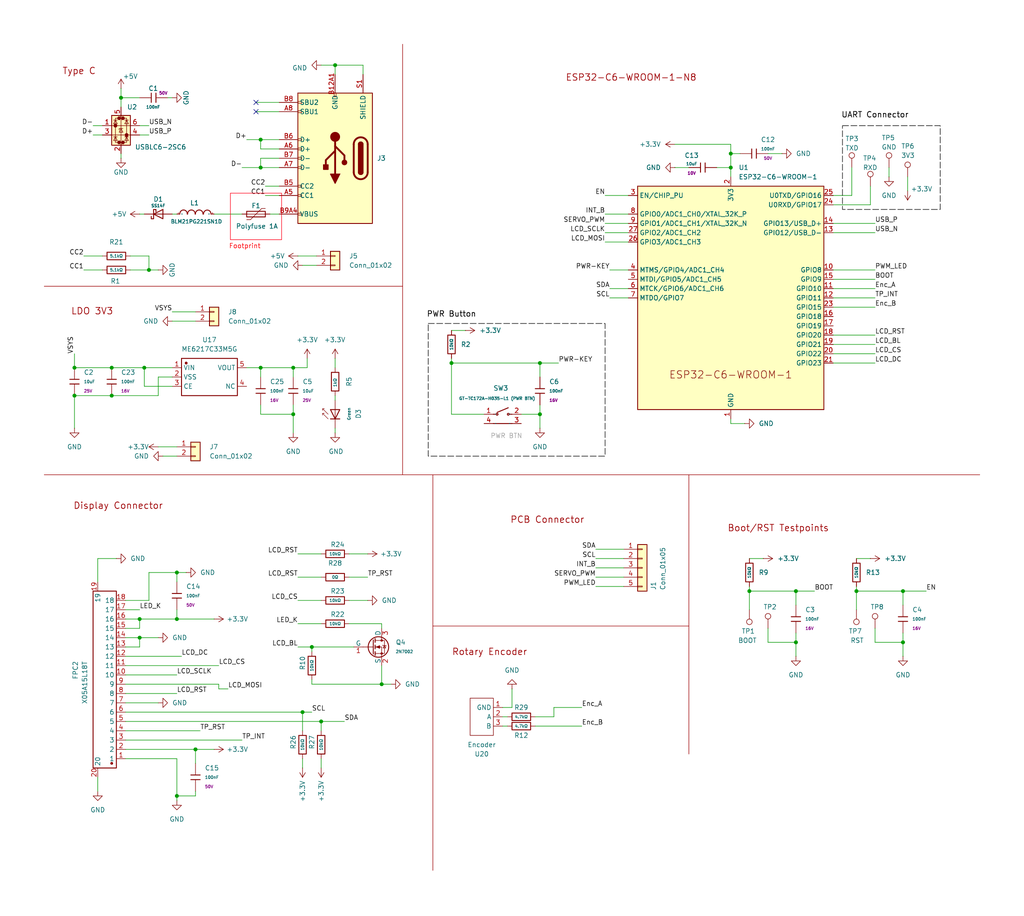
<source format=kicad_sch>
(kicad_sch (version 20250114) (generator "eeschema") (generator_version "9.0")
  (paper "User" 279.4 249.936)
  (title_block (title "RS1 Main PCB") (date "16.12.2025") (rev "V1.0") (company "Lukas Predan"))
  (rectangle (start 116.84 88.265) (end 165.1 124.46) (stroke (width 0) (type dash) (color 0 0 0 1)))
  (rectangle (start 229.87 34.29) (end 256.54 57.15) (stroke (width 0) (type dash) (color 0 0 0 1)))
  (rectangle (start 62.865 52.705) (end 76.835 65.405) (stroke (width 0) (color 255 0 23 1)))
  (text "Rotary Encoder" (at 133.604 178.054 0) (effects (font (size 1.778 1.778) (thickness 0.1905))))
  (text "Type C" (at 21.59 19.558 0) (effects (font (size 1.778 1.778) (thickness 0.1905))))
  (text "ESP32-C6-WROOM-1-N8" (at 172.212 21.336 0) (effects (font (size 1.778 1.778) (thickness 0.1905))))
  (text "LDO 3V3" (at 25.146 85.09 0) (effects (font (size 1.778 1.778) (thickness 0.1905))))
  (text "Boot/RST Testpoints" (at 212.344 144.272 0) (effects (font (size 1.778 1.778) (thickness 0.1905))))
  (text "Display Connector" (at 32.258 138.176 0) (effects (font (size 1.778 1.778) (thickness 0.1905))))
  (text "UART Connector" (at 238.76 31.496 0) (effects (font (size 1.524 1.524) (thickness 0.1905))))
  (text "Footprint" (at 66.802 67.31 0) (effects (font (size 1.27 1.27))))
  (text "PWR BTN" (at 138.176 119.126 0) (effects (font (size 1.27 1.27))))
  (text "PCB Connector" (at 149.352 141.986 0) (effects (font (size 1.778 1.778) (thickness 0.1905))))
  (text "PWR Button" (at 123.19 85.852 0) (effects (font (size 1.524 1.524) (thickness 0.1905))))
  (junction (at 38.1 168.91))
  (junction (at 20.32 107.95))
  (junction (at 147.32 113.03))
  (junction (at 71.12 38.1))
  (junction (at 53.34 204.47))
  (junction (at 82.55 194.31))
  (junction (at 246.38 175.26))
  (junction (at 30.48 107.95))
  (junction (at 48.26 156.21))
  (junction (at 199.39 41.91))
  (junction (at 33.02 26.67))
  (junction (at 80.01 113.03))
  (junction (at 123.19 99.06))
  (junction (at 233.68 161.29))
  (junction (at 71.12 45.72))
  (junction (at 39.37 100.33))
  (junction (at 204.47 161.29))
  (junction (at 30.48 100.33))
  (junction (at 246.38 161.29))
  (junction (at 85.09 176.53))
  (junction (at 20.32 100.33))
  (junction (at 91.44 17.78))
  (junction (at 38.1 173.99))
  (junction (at 80.01 100.33))
  (junction (at 217.17 161.29))
  (junction (at 48.26 168.91))
  (junction (at 48.26 217.17))
  (junction (at 71.12 100.33))
  (junction (at 104.14 186.69))
  (junction (at 199.39 45.72))
  (junction (at 147.32 99.06))
  (junction (at 87.63 196.85))
  (junction (at 217.17 175.26))
  (junction (at 40.64 73.66))
  (no_connect (at 69.85 27.94))
  (no_connect (at 69.85 30.48))
  (wire (pts (xy 48.26 168.91) (xy 48.26 166.37)))
  (wire (pts (xy 67.31 100.33) (xy 71.12 100.33)))
  (wire (pts (xy 59.69 187.96) (xy 59.69 186.69)))
  (wire (pts (xy 91.44 17.78) (xy 91.44 20.32)))
  (wire (pts (xy 71.12 110.49) (xy 71.12 113.03)))
  (wire (pts (xy 81.28 163.83) (xy 87.63 163.83)))
  (wire (pts (xy 217.17 172.72) (xy 217.17 175.26)))
  (wire (pts (xy 165.1 60.96) (xy 171.45 60.96)))
  (wire (pts (xy 39.37 105.41) (xy 39.37 100.33)))
  (wire (pts (xy 95.25 157.48) (xy 100.33 157.48)))
  (wire (pts (xy 69.85 27.94) (xy 76.2 27.94)))
  (wire (pts (xy 227.33 91.44) (xy 238.76 91.44)))
  (wire (pts (xy 59.69 186.69) (xy 34.29 186.69)))
  (wire (pts (xy 25.4 36.83) (xy 27.94 36.83)))
  (wire (pts (xy 48.26 168.91) (xy 58.42 168.91)))
  (wire (pts (xy 26.67 212.09) (xy 26.67 215.9)))
  (wire (pts (xy 147.32 110.49) (xy 147.32 113.03)))
  (wire (pts (xy 104.14 181.61) (xy 104.14 186.69)))
  (wire (pts (xy 227.33 60.96) (xy 238.76 60.96)))
  (wire (pts (xy 69.85 30.48) (xy 76.2 30.48)))
  (wire (pts (xy 137.16 198.12) (xy 138.43 198.12)))
  (wire (pts (xy 227.33 96.52) (xy 238.76 96.52)))
  (wire (pts (xy 48.26 156.21) (xy 40.64 156.21)))
  (wire (pts (xy 209.55 171.45) (xy 209.55 175.26)))
  (wire (pts (xy 38.1 171.45) (xy 38.1 168.91)))
  (wire (pts (xy 48.26 217.17) (xy 48.26 218.44)))
  (wire (pts (xy 166.37 78.74) (xy 171.45 78.74)))
  (wire (pts (xy 72.39 50.8) (xy 76.2 50.8)))
  (wire (pts (xy 199.39 115.57) (xy 199.39 114.3)))
  (wire (pts (xy 233.68 161.29) (xy 246.38 161.29)))
  (wire (pts (xy 48.26 207.01) (xy 48.26 217.17)))
  (wire (pts (xy 85.09 186.69) (xy 104.14 186.69)))
  (wire (pts (xy 38.1 176.53) (xy 38.1 173.99)))
  (polyline (pts (xy 109.855 12.065) (xy 109.855 129.54)) (stroke (width 0) (type solid) (color 157 0 3 1)))
  (wire (pts (xy 87.63 196.85) (xy 93.98 196.85)))
  (wire (pts (xy 40.64 69.85) (xy 40.64 73.66)))
  (wire (pts (xy 46.99 87.63) (xy 53.34 87.63)))
  (wire (pts (xy 34.29 194.31) (xy 82.55 194.31)))
  (wire (pts (xy 91.44 107.95) (xy 91.44 109.22)))
  (wire (pts (xy 123.19 99.06) (xy 123.19 113.03)))
  (wire (pts (xy 43.18 73.66) (xy 40.64 73.66)))
  (wire (pts (xy 38.1 173.99) (xy 43.18 173.99)))
  (wire (pts (xy 82.55 194.31) (xy 85.09 194.31)))
  (wire (pts (xy 46.99 105.41) (xy 39.37 105.41)))
  (wire (pts (xy 99.06 17.78) (xy 99.06 20.32)))
  (wire (pts (xy 95.25 163.83) (xy 100.33 163.83)))
  (wire (pts (xy 246.38 172.72) (xy 246.38 175.26)))
  (wire (pts (xy 82.55 72.39) (xy 86.36 72.39)))
  (wire (pts (xy 204.47 161.29) (xy 217.17 161.29)))
  (wire (pts (xy 76.2 45.72) (xy 71.12 45.72)))
  (wire (pts (xy 40.64 156.21) (xy 40.64 163.83)))
  (wire (pts (xy 34.29 196.85) (xy 87.63 196.85)))
  (wire (pts (xy 209.55 41.91) (xy 213.36 41.91)))
  (wire (pts (xy 227.33 63.5) (xy 238.76 63.5)))
  (wire (pts (xy 233.68 161.29) (xy 233.68 166.37)))
  (wire (pts (xy 227.33 93.98) (xy 238.76 93.98)))
  (wire (pts (xy 247.65 52.07) (xy 247.65 48.26)))
  (wire (pts (xy 34.29 166.37) (xy 38.1 166.37)))
  (polyline (pts (xy 12.065 129.54) (xy 140.97 129.54)) (stroke (width 0) (type solid) (color 157 0 3 1)))
  (wire (pts (xy 91.44 116.84) (xy 91.44 118.11)))
  (wire (pts (xy 83.82 97.79) (xy 83.82 100.33)))
  (wire (pts (xy 139.7 187.96) (xy 139.7 193.04)))
  (wire (pts (xy 53.34 217.17) (xy 53.34 215.9)))
  (wire (pts (xy 33.02 26.67) (xy 38.1 26.67)))
  (wire (pts (xy 227.33 81.28) (xy 238.76 81.28)))
  (wire (pts (xy 85.09 176.53) (xy 96.52 176.53)))
  (wire (pts (xy 162.56 160.02) (xy 170.18 160.02)))
  (wire (pts (xy 35.56 73.66) (xy 40.64 73.66)))
  (wire (pts (xy 209.55 175.26) (xy 217.17 175.26)))
  (wire (pts (xy 227.33 76.2) (xy 238.76 76.2)))
  (wire (pts (xy 147.32 99.06) (xy 152.4 99.06)))
  (wire (pts (xy 237.49 152.4) (xy 233.68 152.4)))
  (wire (pts (xy 123.19 113.03) (xy 132.08 113.03)))
  (wire (pts (xy 151.13 193.04) (xy 151.13 195.58)))
  (wire (pts (xy 34.29 181.61) (xy 59.69 181.61)))
  (wire (pts (xy 71.12 100.33) (xy 80.01 100.33)))
  (wire (pts (xy 34.29 184.15) (xy 48.26 184.15)))
  (polyline (pts (xy 140.97 129.54) (xy 267.335 129.54)) (stroke (width 0) (type solid) (color 157 0 3 1)))
  (wire (pts (xy 184.15 39.37) (xy 199.39 39.37)))
  (wire (pts (xy 26.67 152.4) (xy 31.75 152.4)))
  (wire (pts (xy 48.26 156.21) (xy 48.26 158.75)))
  (wire (pts (xy 82.55 209.55) (xy 82.55 207.01)))
  (wire (pts (xy 139.7 193.04) (xy 137.16 193.04)))
  (wire (pts (xy 71.12 100.33) (xy 71.12 102.87)))
  (wire (pts (xy 104.14 170.18) (xy 95.25 170.18)))
  (wire (pts (xy 25.4 34.29) (xy 27.94 34.29)))
  (wire (pts (xy 20.32 100.33) (xy 30.48 100.33)))
  (wire (pts (xy 22.86 69.85) (xy 27.94 69.85)))
  (wire (pts (xy 81.28 157.48) (xy 87.63 157.48)))
  (wire (pts (xy 34.29 204.47) (xy 53.34 204.47)))
  (wire (pts (xy 199.39 45.72) (xy 199.39 48.26)))
  (wire (pts (xy 34.29 201.93) (xy 66.04 201.93)))
  (wire (pts (xy 34.29 199.39) (xy 54.61 199.39)))
  (wire (pts (xy 246.38 175.26) (xy 246.38 179.07)))
  (wire (pts (xy 147.32 99.06) (xy 147.32 102.87)))
  (wire (pts (xy 165.1 66.04) (xy 171.45 66.04)))
  (wire (pts (xy 227.33 55.88) (xy 237.49 55.88)))
  (wire (pts (xy 67.31 38.1) (xy 71.12 38.1)))
  (polyline (pts (xy 12.065 78.105) (xy 109.855 78.105)) (stroke (width 0) (type solid) (color 157 0 3 1)))
  (wire (pts (xy 82.55 194.31) (xy 82.55 199.39)))
  (wire (pts (xy 242.57 45.72) (xy 242.57 48.26)))
  (wire (pts (xy 43.18 121.92) (xy 48.26 121.92)))
  (wire (pts (xy 87.63 17.78) (xy 91.44 17.78)))
  (wire (pts (xy 33.02 24.13) (xy 33.02 26.67)))
  (wire (pts (xy 217.17 161.29) (xy 222.25 161.29)))
  (wire (pts (xy 238.76 171.45) (xy 238.76 175.26)))
  (wire (pts (xy 158.75 198.12) (xy 146.05 198.12)))
  (wire (pts (xy 58.42 58.42) (xy 66.04 58.42)))
  (wire (pts (xy 20.32 107.95) (xy 30.48 107.95)))
  (wire (pts (xy 38.1 168.91) (xy 48.26 168.91)))
  (wire (pts (xy 22.86 73.66) (xy 27.94 73.66)))
  (wire (pts (xy 71.12 43.18) (xy 76.2 43.18)))
  (wire (pts (xy 30.48 107.95) (xy 43.18 107.95)))
  (wire (pts (xy 85.09 185.42) (xy 85.09 186.69)))
  (wire (pts (xy 39.37 100.33) (xy 46.99 100.33)))
  (wire (pts (xy 66.04 45.72) (xy 71.12 45.72)))
  (wire (pts (xy 162.56 157.48) (xy 170.18 157.48)))
  (wire (pts (xy 246.38 161.29) (xy 252.73 161.29)))
  (wire (pts (xy 166.37 73.66) (xy 171.45 73.66)))
  (wire (pts (xy 34.29 179.07) (xy 49.53 179.07)))
  (wire (pts (xy 50.8 156.21) (xy 48.26 156.21)))
  (wire (pts (xy 165.1 58.42) (xy 171.45 58.42)))
  (wire (pts (xy 34.29 168.91) (xy 38.1 168.91)))
  (wire (pts (xy 203.2 115.57) (xy 199.39 115.57)))
  (wire (pts (xy 20.32 96.52) (xy 20.32 100.33)))
  (wire (pts (xy 87.63 209.55) (xy 87.63 207.01)))
  (wire (pts (xy 199.39 39.37) (xy 199.39 41.91)))
  (wire (pts (xy 34.29 191.77) (xy 43.18 191.77)))
  (wire (pts (xy 81.28 176.53) (xy 85.09 176.53)))
  (wire (pts (xy 238.76 175.26) (xy 246.38 175.26)))
  (wire (pts (xy 33.02 26.67) (xy 33.02 29.21)))
  (wire (pts (xy 34.29 173.99) (xy 38.1 173.99)))
  (wire (pts (xy 199.39 41.91) (xy 199.39 45.72)))
  (wire (pts (xy 73.66 58.42) (xy 76.2 58.42)))
  (wire (pts (xy 72.39 53.34) (xy 76.2 53.34)))
  (wire (pts (xy 233.68 161.29) (xy 233.68 160.02)))
  (wire (pts (xy 20.32 107.95) (xy 20.32 116.84)))
  (polyline (pts (xy 118.11 237.49) (xy 118.11 129.54)) (stroke (width 0) (type solid) (color 157 0 3 1)))
  (wire (pts (xy 48.26 217.17) (xy 53.34 217.17)))
  (wire (pts (xy 123.19 99.06) (xy 147.32 99.06)))
  (wire (pts (xy 38.1 36.83) (xy 40.64 36.83)))
  (wire (pts (xy 201.93 41.91) (xy 199.39 41.91)))
  (wire (pts (xy 81.28 69.85) (xy 86.36 69.85)))
  (wire (pts (xy 91.44 17.78) (xy 99.06 17.78)))
  (wire (pts (xy 142.24 113.03) (xy 147.32 113.03)))
  (wire (pts (xy 33.02 41.91) (xy 33.02 43.18)))
  (wire (pts (xy 71.12 38.1) (xy 71.12 40.64)))
  (wire (pts (xy 158.75 193.04) (xy 151.13 193.04)))
  (wire (pts (xy 217.17 161.29) (xy 217.17 165.1)))
  (wire (pts (xy 127 90.17) (xy 123.19 90.17)))
  (wire (pts (xy 85.09 176.53) (xy 85.09 177.8)))
  (wire (pts (xy 227.33 99.06) (xy 238.76 99.06)))
  (wire (pts (xy 227.33 73.66) (xy 238.76 73.66)))
  (wire (pts (xy 184.15 45.72) (xy 187.96 45.72)))
  (wire (pts (xy 137.16 195.58) (xy 138.43 195.58)))
  (wire (pts (xy 34.29 171.45) (xy 38.1 171.45)))
  (wire (pts (xy 232.41 53.34) (xy 232.41 45.72)))
  (wire (pts (xy 246.38 161.29) (xy 246.38 165.1)))
  (wire (pts (xy 46.99 58.42) (xy 48.26 58.42)))
  (wire (pts (xy 30.48 100.33) (xy 39.37 100.33)))
  (wire (pts (xy 43.18 102.87) (xy 46.99 102.87)))
  (wire (pts (xy 80.01 113.03) (xy 80.01 110.49)))
  (wire (pts (xy 76.2 40.64) (xy 71.12 40.64)))
  (wire (pts (xy 53.34 204.47) (xy 58.42 204.47)))
  (polyline (pts (xy 118.11 170.815) (xy 187.96 170.815)) (stroke (width 0) (type solid) (color 157 0 3 1)))
  (wire (pts (xy 38.1 34.29) (xy 40.64 34.29)))
  (wire (pts (xy 106.68 186.69) (xy 104.14 186.69)))
  (wire (pts (xy 71.12 38.1) (xy 76.2 38.1)))
  (wire (pts (xy 44.45 124.46) (xy 48.26 124.46)))
  (wire (pts (xy 59.69 187.96) (xy 62.23 187.96)))
  (wire (pts (xy 34.29 189.23) (xy 48.26 189.23)))
  (wire (pts (xy 104.14 171.45) (xy 104.14 170.18)))
  (wire (pts (xy 53.34 204.47) (xy 53.34 208.28)))
  (wire (pts (xy 45.72 26.67) (xy 46.99 26.67)))
  (wire (pts (xy 162.56 152.4) (xy 170.18 152.4)))
  (wire (pts (xy 217.17 179.07) (xy 217.17 175.26)))
  (wire (pts (xy 83.82 100.33) (xy 80.01 100.33)))
  (polyline (pts (xy 187.96 205.74) (xy 187.96 129.54)) (stroke (width 0) (type solid) (color 157 0 3 1)))
  (wire (pts (xy 40.64 163.83) (xy 34.29 163.83)))
  (wire (pts (xy 151.13 195.58) (xy 146.05 195.58)))
  (wire (pts (xy 35.56 69.85) (xy 40.64 69.85)))
  (wire (pts (xy 227.33 53.34) (xy 232.41 53.34)))
  (wire (pts (xy 71.12 43.18) (xy 71.12 45.72)))
  (wire (pts (xy 166.37 81.28) (xy 171.45 81.28)))
  (wire (pts (xy 123.19 99.06) (xy 123.19 97.79)))
  (wire (pts (xy 162.56 149.86) (xy 170.18 149.86)))
  (wire (pts (xy 87.63 199.39) (xy 87.63 196.85)))
  (wire (pts (xy 34.29 207.01) (xy 48.26 207.01)))
  (wire (pts (xy 71.12 113.03) (xy 80.01 113.03)))
  (wire (pts (xy 237.49 50.8) (xy 237.49 55.88)))
  (wire (pts (xy 204.47 161.29) (xy 204.47 160.02)))
  (wire (pts (xy 227.33 83.82) (xy 238.76 83.82)))
  (wire (pts (xy 81.28 151.13) (xy 87.63 151.13)))
  (wire (pts (xy 34.29 176.53) (xy 38.1 176.53)))
  (wire (pts (xy 195.58 45.72) (xy 199.39 45.72)))
  (wire (pts (xy 80.01 113.03) (xy 80.01 118.11)))
  (wire (pts (xy 165.1 63.5) (xy 171.45 63.5)))
  (wire (pts (xy 162.56 154.94) (xy 170.18 154.94)))
  (wire (pts (xy 227.33 78.74) (xy 238.76 78.74)))
  (wire (pts (xy 81.28 170.18) (xy 87.63 170.18)))
  (wire (pts (xy 95.25 151.13) (xy 100.33 151.13)))
  (wire (pts (xy 38.1 58.42) (xy 39.37 58.42)))
  (wire (pts (xy 80.01 100.33) (xy 80.01 102.87)))
  (wire (pts (xy 43.18 107.95) (xy 43.18 102.87)))
  (wire (pts (xy 91.44 97.79) (xy 91.44 100.33)))
  (wire (pts (xy 204.47 161.29) (xy 204.47 166.37)))
  (wire (pts (xy 147.32 116.84) (xy 147.32 113.03)))
  (wire (pts (xy 165.1 53.34) (xy 171.45 53.34)))
  (wire (pts (xy 26.67 152.4) (xy 26.67 158.75)))
  (wire (pts (xy 46.99 85.09) (xy 53.34 85.09)))
  (wire (pts (xy 208.28 152.4) (xy 204.47 152.4)))
  (label "TP_INT" (at 66.04 201.93 0))
  (label "PWM_LED" (at 162.56 160.02 180))
  (label "LCD_CS" (at 81.28 163.83 180))
  (label "Enc_B" (at 238.76 83.82 0))
  (label "USB_P" (at 238.76 60.96 0))
  (label "CC1" (at 72.39 53.34 180))
  (label "LCD_SCLK" (at 48.26 184.15 0))
  (label "LCD_RST" (at 81.28 157.48 180))
  (label "SDA" (at 162.56 149.86 180))
  (label "TP_INT" (at 238.76 81.28 0))
  (label "Enc_A" (at 238.76 78.74 0))
  (label "LCD_BL" (at 238.76 93.98 0))
  (label "USB_N" (at 40.64 34.29 0))
  (label "PWR-KEY" (at 152.4 99.06 0))
  (label "D-" (at 25.4 34.29 180))
  (label "LCD_MOSI" (at 62.23 187.96 0))
  (label "LCD_BL" (at 81.28 176.53 180))
  (label "BOOT" (at 222.25 161.29 0))
  (label "LCD_DC" (at 238.76 99.06 0))
  (label "CC2" (at 72.39 50.8 180))
  (label "TP_RST" (at 54.61 199.39 0))
  (label "LED_K" (at 38.1 166.37 0))
  (label "LCD_MOSI" (at 165.1 66.04 180))
  (label "INT_B" (at 165.1 58.42 180))
  (label "LCD_RST" (at 48.26 189.23 0))
  (label "LCD_DC" (at 49.53 179.07 0))
  (label "USB_P" (at 40.64 36.83 0))
  (label "BOOT" (at 238.76 76.2 0))
  (label "LCD_CS" (at 59.69 181.61 0))
  (label "SERVO_PWM" (at 165.1 60.96 180))
  (label "TP_RST" (at 100.33 157.48 0))
  (label "Enc_B" (at 158.75 198.12 0))
  (label "PWR-KEY" (at 166.37 73.66 180))
  (label "USB_N" (at 238.76 63.5 0))
  (label "VSYS" (at 20.32 96.52 90))
  (label "CC2" (at 22.86 69.85 180))
  (label "LCD_CS" (at 238.76 96.52 0))
  (label "SERVO_PWM" (at 162.56 157.48 180))
  (label "VSYS" (at 46.99 85.09 180))
  (label "SCL" (at 166.37 81.28 180))
  (label "LCD_SCLK" (at 165.1 63.5 180))
  (label "D-" (at 66.04 45.72 180))
  (label "D+" (at 67.31 38.1 180))
  (label "SCL" (at 162.56 152.4 180))
  (label "D+" (at 25.4 36.83 180))
  (label "PWM_LED" (at 238.76 73.66 0))
  (label "SCL" (at 85.09 194.31 0))
  (label "EN" (at 252.73 161.29 0))
  (label "INT_B" (at 162.56 154.94 180))
  (label "LED_K" (at 81.28 170.18 180))
  (label "SDA" (at 93.98 196.85 0))
  (label "CC1" (at 22.86 73.66 180))
  (label "Enc_A" (at 158.75 193.04 0))
  (label "SDA" (at 166.37 78.74 180))
  (label "EN" (at 165.1 53.34 180))
  (label "LCD_RST" (at 238.76 91.44 0))
  (label "LCD_RST" (at 81.28 151.13 180))
  (symbol (lib_id "PCM_JLCPCB-Resistors:0402,10kΩ") (at 91.44 170.18 90) (unit 1)
    (property "Reference" "R22" (at 90.17 167.64 90) (effects (justify right)))
    (property "Value" "10kΩ" (at 91.44 170.18 90) (effects (font (size 0.8 0.8))))
    (property "Footprint" "PCM_JLCPCB:R_0402" (effects (hide yes)))
    (property "Datasheet" "https://www.lcsc.com/datasheet/lcsc_datasheet_2411221126_UNI-ROYAL-Uniroyal-Elec-0402WGF1002TCE_C25744.pdf" (effects (hide yes)))
    (property "Description" "62.5mW Thick Film Resistors 50V ±100ppm/°C ±1% 10kΩ 0402 Chip Resistor - Surface Mount ROHS" (effects (hide yes)))
    (property "LCSC" "C25744" (effects (hide yes)))
    (property "Stock" "24372091" (effects (hide yes)))
    (property "Price" "0.004USD" (effects (hide yes)))
    (property "Process" "SMT" (effects (hide yes)))
    (property "Minimum Qty" "20" (effects (hide yes)))
    (property "Attrition Qty" "10" (effects (hide yes)))
    (property "Class" "Basic Component" (effects (hide yes)))
    (property "Category" "Resistors,Chip Resistor - Surface Mount" (effects (hide yes)))
    (property "Manufacturer" "UNI-ROYAL(Uniroyal Elec)" (effects (hide yes)))
    (property "Part" "0402WGF1002TCE" (effects (hide yes)))
    (property "Resistance" "10kΩ" (effects (hide yes)))
    (property "Power(Watts)" "62.5mW" (effects (hide yes)))
    (property "Type" "Thick Film Resistors" (effects (hide yes)))
    (property "Overload Voltage (Max)" "50V" (effects (hide yes)))
    (property "Operating Temperature Range" "-55°C~+155°C" (effects (hide yes)))
    (property "Tolerance" "±1%" (effects (hide yes)))
    (property "Temperature Coefficient" "±100ppm/°C" (effects (hide yes)))
  )
  (symbol (lib_id "power:GND") (at 46.99 26.67 90) (unit 1)
    (property "Reference" "#PWR019" (effects (hide yes)))
    (property "Value" "GND" (at 50.8 26.67 0))
    (property "Description" "Power symbol creates a global label with name \"GND\" , ground" (effects (hide yes)))
  )
  (symbol (lib_id "power:GND") (at 246.38 179.07 0) (unit 1)
    (property "Reference" "#PWR048" (effects (hide yes)))
    (property "Value" "GND" (at 246.38 184.15 0))
    (property "Description" "Power symbol creates a global label with name \"GND\" , ground" (effects (hide yes)))
  )
  (symbol (lib_id "PCM_JLCPCB-Resistors:0402,10kΩ") (at 91.44 151.13 90) (unit 1)
    (property "Reference" "R24" (at 90.17 148.59 90) (effects (justify right)))
    (property "Value" "10kΩ" (at 91.44 151.13 90) (effects (font (size 0.8 0.8))))
    (property "Footprint" "PCM_JLCPCB:R_0402" (effects (hide yes)))
    (property "Datasheet" "https://www.lcsc.com/datasheet/lcsc_datasheet_2411221126_UNI-ROYAL-Uniroyal-Elec-0402WGF1002TCE_C25744.pdf" (effects (hide yes)))
    (property "Description" "62.5mW Thick Film Resistors 50V ±100ppm/°C ±1% 10kΩ 0402 Chip Resistor - Surface Mount ROHS" (effects (hide yes)))
    (property "LCSC" "C25744" (effects (hide yes)))
    (property "Stock" "24372091" (effects (hide yes)))
    (property "Price" "0.004USD" (effects (hide yes)))
    (property "Process" "SMT" (effects (hide yes)))
    (property "Minimum Qty" "20" (effects (hide yes)))
    (property "Attrition Qty" "10" (effects (hide yes)))
    (property "Class" "Basic Component" (effects (hide yes)))
    (property "Category" "Resistors,Chip Resistor - Surface Mount" (effects (hide yes)))
    (property "Manufacturer" "UNI-ROYAL(Uniroyal Elec)" (effects (hide yes)))
    (property "Part" "0402WGF1002TCE" (effects (hide yes)))
    (property "Resistance" "10kΩ" (effects (hide yes)))
    (property "Power(Watts)" "62.5mW" (effects (hide yes)))
    (property "Type" "Thick Film Resistors" (effects (hide yes)))
    (property "Overload Voltage (Max)" "50V" (effects (hide yes)))
    (property "Operating Temperature Range" "-55°C~+155°C" (effects (hide yes)))
    (property "Tolerance" "±1%" (effects (hide yes)))
    (property "Temperature Coefficient" "±100ppm/°C" (effects (hide yes)))
  )
  (symbol (lib_id "PCM_JLCPCB-Transistors:NMOS,2N7002") (at 101.6 176.53 0) (unit 1)
    (property "Reference" "Q4" (at 107.95 175.2599 0) (effects (justify left)))
    (property "Value" "2N7002" (at 107.95 177.8 0) (effects (font (size 0.8 0.8)) (justify left)))
    (property "Footprint" "PCM_JLCPCB:Q_SOT-23" (effects (hide yes)))
    (property "Datasheet" "https://www.lcsc.com/datasheet/lcsc_datasheet_2304140030_Jiangsu-Changjing-Electronics-Technology-Co---Ltd--2N7002_C8545.pdf" (effects (hide yes)))
    (property "Description" "60V 115mA 200mW 7.5Ω@10V,500mA 2.5V@250uA 1 N-Channel SOT-23 MOSFETs ROHS" (effects (hide yes)))
    (property "LCSC" "C8545" (effects (hide yes)))
    (property "Stock" "1078050" (effects (hide yes)))
    (property "Price" "0.019USD" (effects (hide yes)))
    (property "Process" "SMT" (effects (hide yes)))
    (property "Minimum Qty" "10" (effects (hide yes)))
    (property "Attrition Qty" "5" (effects (hide yes)))
    (property "Class" "Basic Component" (effects (hide yes)))
    (property "Category" "Transistors,MOSFETs" (effects (hide yes)))
    (property "Manufacturer" "Changjiang Electronics Tech (CJ)" (effects (hide yes)))
    (property "Part" "2N7002" (effects (hide yes)))
    (property "Continuous Drain Current (Id)" "115mA" (effects (hide yes)))
    (property "Input Capacitance (Ciss@Vds)" "50pF" (effects (hide yes)))
    (property "Operating Temperature" "-55°C~+150°C" (effects (hide yes)))
    (property "Type" "1 N-channel" (effects (hide yes)))
    (property "Drain Source Voltage (Vdss)" "60V" (effects (hide yes)))
    (property "Power Dissipation (Pd)" "225mW" (effects (hide yes)))
    (property "Gate Threshold Voltage (Vgs(th)@Id)" "2.5V@250uA" (effects (hide yes)))
    (property "Reverse Transfer Capacitance (Crss@Vds)" "5pF" (effects (hide yes)))
    (property "Drain Source On Resistance (RDS(on)@Vgs,Id)" "5Ω@10V" (effects (hide yes)))
  )
  (symbol (lib_id "PCM_Espressif:ESP32-C6-WROOM-1") (at 199.39 81.28 0) (unit 1)
    (property "Reference" "U1" (at 201.5333 45.72 0) (effects (justify left)))
    (property "Value" "ESP32-C6-WROOM-1" (at 201.5333 48.26 0) (effects (justify left)))
    (property "Footprint" "PCM_Espressif:ESP32-C6-WROOM-1" (effects (hide yes)))
    (property "Datasheet" "https://www.espressif.com/sites/default/files/documentation/esp32-c6-wroom-1_wroom-1u_datasheet_en.pdf" (effects (hide yes)))
    (property "Description" "ESP32-C6-WROOM-1/U is a module that supports 2.4 GHz Wi-Fi 6 (802.11 ax), Bluetooth® 5 (LE), Zigbee and Thread (802.15.4)" (effects (hide yes)))
  )
  (symbol (lib_id "power:GND") (at 242.57 48.26 0) (unit 1)
    (property "Reference" "#PWR055" (effects (hide yes)))
    (property "Value" "GND" (at 242.57 53.34 0))
    (property "Description" "Power symbol creates a global label with name \"GND\" , ground" (effects (hide yes)))
  )
  (symbol (lib_id "PCM_JLCPCB-Resistors:0402,10kΩ") (at 85.09 181.61 180) (unit 1)
    (property "Reference" "R10" (at 82.55 182.88 90) (effects (justify right)))
    (property "Value" "10kΩ" (at 85.09 181.61 90) (effects (font (size 0.8 0.8))))
    (property "Footprint" "PCM_JLCPCB:R_0402" (effects (hide yes)))
    (property "Datasheet" "https://www.lcsc.com/datasheet/lcsc_datasheet_2411221126_UNI-ROYAL-Uniroyal-Elec-0402WGF1002TCE_C25744.pdf" (effects (hide yes)))
    (property "Description" "62.5mW Thick Film Resistors 50V ±100ppm/°C ±1% 10kΩ 0402 Chip Resistor - Surface Mount ROHS" (effects (hide yes)))
    (property "LCSC" "C25744" (effects (hide yes)))
    (property "Stock" "24372091" (effects (hide yes)))
    (property "Price" "0.004USD" (effects (hide yes)))
    (property "Process" "SMT" (effects (hide yes)))
    (property "Minimum Qty" "20" (effects (hide yes)))
    (property "Attrition Qty" "10" (effects (hide yes)))
    (property "Class" "Basic Component" (effects (hide yes)))
    (property "Category" "Resistors,Chip Resistor - Surface Mount" (effects (hide yes)))
    (property "Manufacturer" "UNI-ROYAL(Uniroyal Elec)" (effects (hide yes)))
    (property "Part" "0402WGF1002TCE" (effects (hide yes)))
    (property "Resistance" "10kΩ" (effects (hide yes)))
    (property "Power(Watts)" "62.5mW" (effects (hide yes)))
    (property "Type" "Thick Film Resistors" (effects (hide yes)))
    (property "Overload Voltage (Max)" "50V" (effects (hide yes)))
    (property "Operating Temperature Range" "-55°C~+155°C" (effects (hide yes)))
    (property "Tolerance" "±1%" (effects (hide yes)))
    (property "Temperature Coefficient" "±100ppm/°C" (effects (hide yes)))
  )
  (symbol (lib_id "Connector:TestPoint") (at 242.57 45.72 0) (unit 1)
    (property "Reference" "TP5" (at 240.538 37.592 0) (effects (justify left)))
    (property "Value" "GND" (at 240.538 40.132 0) (effects (justify left)))
    (property "Footprint" "TestPoint:TestPoint_Pad_D1.5mm" (effects (hide yes)))
    (property "Description" "test point" (effects (hide yes)))
  )
  (symbol (lib_id "power:GND") (at 147.32 116.84 0) (unit 1)
    (property "Reference" "#PWR077" (effects (hide yes)))
    (property "Value" "GND" (at 147.32 121.92 0))
    (property "Description" "Power symbol creates a global label with name \"GND\" , ground" (effects (hide yes)))
  )
  (symbol (lib_id "power:+3.3V") (at 58.42 168.91 270) (unit 1)
    (property "Reference" "#PWR07" (effects (hide yes)))
    (property "Value" "+3.3V" (at 64.77 168.91 90))
    (property "Description" "Power symbol creates a global label with name \"+3.3V\"" (effects (hide yes)))
  )
  (symbol (lib_id "power:+3.3V") (at 184.15 39.37 90) (unit 1)
    (property "Reference" "#PWR071" (effects (hide yes)))
    (property "Value" "+3.3V" (at 180.34 39.3699 90) (effects (justify left)))
    (property "Description" "Power symbol creates a global label with name \"+3.3V\"" (effects (hide yes)))
  )
  (symbol (lib_id "power:+3.3V") (at 208.28 152.4 270) (unit 1)
    (property "Reference" "#PWR069" (effects (hide yes)))
    (property "Value" "+3.3V" (at 212.09 152.3999 90) (effects (justify left)))
    (property "Description" "Power symbol creates a global label with name \"+3.3V\"" (effects (hide yes)))
  )
  (symbol (lib_id "power:GND") (at 48.26 218.44 0) (unit 1)
    (property "Reference" "#PWR038" (effects (hide yes)))
    (property "Value" "GND" (at 48.26 223.52 0))
    (property "Description" "Power symbol creates a global label with name \"GND\" , ground" (effects (hide yes)))
  )
  (symbol (lib_id "PCM_JLCPCB-Resistors:0603,1kΩ") (at 91.44 104.14 0) (unit 1)
    (property "Reference" "R5" (at 95.25 104.14 90))
    (property "Value" "1kΩ" (at 91.44 104.394 90) (effects (font (size 0.8 0.8))))
    (property "Footprint" "PCM_JLCPCB:R_0603" (effects (hide yes)))
    (property "Datasheet" "https://www.lcsc.com/datasheet/lcsc_datasheet_2206010130_UNI-ROYAL-Uniroyal-Elec-0603WAF1001T5E_C21190.pdf" (effects (hide yes)))
    (property "Description" "100mW Thick Film Resistors 75V ±100ppm/°C ±1% 1kΩ 0603 Chip Resistor - Surface Mount ROHS" (effects (hide yes)))
    (property "LCSC" "C21190" (effects (hide yes)))
    (property "Stock" "27538425" (effects (hide yes)))
    (property "Price" "0.004USD" (effects (hide yes)))
    (property "Process" "SMT" (effects (hide yes)))
    (property "Minimum Qty" "20" (effects (hide yes)))
    (property "Attrition Qty" "10" (effects (hide yes)))
    (property "Class" "Basic Component" (effects (hide yes)))
    (property "Category" "Resistors,Chip Resistor - Surface Mount" (effects (hide yes)))
    (property "Manufacturer" "UNI-ROYAL(Uniroyal Elec)" (effects (hide yes)))
    (property "Part" "0603WAF1001T5E" (effects (hide yes)))
    (property "Resistance" "1kΩ" (effects (hide yes)))
    (property "Power(Watts)" "100mW" (effects (hide yes)))
    (property "Type" "Thick Film Resistors" (effects (hide yes)))
    (property "Overload Voltage (Max)" "75V" (effects (hide yes)))
    (property "Operating Temperature Range" "-55°C~+155°C" (effects (hide yes)))
    (property "Tolerance" "±1%" (effects (hide yes)))
    (property "Temperature Coefficient" "±100ppm/°C" (effects (hide yes)))
  )
  (symbol (lib_id "Device:Polyfuse") (at 69.85 58.42 270) (unit 1)
    (property "Reference" "F1" (at 69.85 56.134 90))
    (property "Value" "Polyfuse 1A" (at 70.104 61.722 90))
    (property "Footprint" "Fuse:Fuse_1206_3216Metric" (effects (hide yes)))
    (property "Description" "Resettable fuse, polymeric positive temperature coefficient" (effects (hide yes)))
  )
  (symbol (lib_id "ESP32_C6_Lib:BLM21PG221SN1D") (at 53.34 58.42 0) (unit 1)
    (property "Reference" "L1" (at 53.086 55.372 0))
    (property "Value" "BLM21PG221SN1D" (at 53.594 60.452 0) (effects (font (size 1.016 1.016))))
    (property "Footprint" "ESP32_C6_libfoot:L0805" (effects (hide yes)))
    (property "Manufacturer Part" "BLM21PG221SN1D" (effects (hide yes)))
    (property "Manufacturer" "muRata(村田)" (effects (hide yes)))
    (property "Supplier Part" "C85840" (effects (hide yes)))
    (property "Supplier" "LCSC" (effects (hide yes)))
  )
  (symbol (lib_id "power:GND") (at 213.36 41.91 90) (unit 1)
    (property "Reference" "#PWR031" (effects (hide yes)))
    (property "Value" "GND" (at 217.17 41.9099 90) (effects (justify right)))
    (property "Description" "Power symbol creates a global label with name \"GND\" , ground" (effects (hide yes)))
  )
  (symbol (lib_id "Connector:TestPoint") (at 209.55 171.45 0) (unit 1)
    (property "Reference" "TP2" (at 208.28 165.608 0) (effects (justify left)))
    (property "Value" "-" (effects (hide yes)))
    (property "Footprint" "TestPoint:TestPoint_Pad_D1.5mm" (effects (hide yes)))
    (property "Description" "test point" (effects (hide yes)))
  )
  (symbol (lib_id "power:GND") (at 26.67 215.9 0) (unit 1)
    (property "Reference" "#PWR034" (effects (hide yes)))
    (property "Value" "GND" (at 26.67 220.98 0))
    (property "Description" "Power symbol creates a global label with name \"GND\" , ground" (effects (hide yes)))
  )
  (symbol (lib_id "PCM_JLCPCB-Capacitors:0402,100nF") (at 217.17 168.91 0) (unit 1)
    (property "Reference" "C3" (at 219.71 166.3699 0) (effects (justify left)))
    (property "Value" "100nF" (at 219.71 168.91 0) (effects (font (size 0.8 0.8)) (justify left)))
    (property "Footprint" "PCM_JLCPCB:C_0402" (effects (hide yes)))
    (property "Datasheet" "https://www.lcsc.com/datasheet/lcsc_datasheet_2304140030_Samsung-Electro-Mechanics-CL05B104KO5NNNC_C1525.pdf" (effects (hide yes)))
    (property "Description" "16V 100nF X7R ±10% 0402 Multilayer Ceramic Capacitors MLCC - SMD/SMT ROHS" (effects (hide yes)))
    (property "LCSC" "C1525" (effects (hide yes)))
    (property "Stock" "20208285" (effects (hide yes)))
    (property "Price" "0.004USD" (effects (hide yes)))
    (property "Process" "SMT" (effects (hide yes)))
    (property "Minimum Qty" "20" (effects (hide yes)))
    (property "Attrition Qty" "10" (effects (hide yes)))
    (property "Class" "Basic Component" (effects (hide yes)))
    (property "Category" "Capacitors,Multilayer Ceramic Capacitors MLCC - SMD/SMT" (effects (hide yes)))
    (property "Manufacturer" "Samsung Electro-Mechanics" (effects (hide yes)))
    (property "Part" "CL05B104KO5NNNC" (effects (hide yes)))
    (property "Voltage Rated" "16V" (at 219.71 171.45 0) (effects (font (size 0.8 0.8)) (justify left)))
    (property "Tolerance" "±10%" (effects (hide yes)))
    (property "Capacitance" "100nF" (effects (hide yes)))
    (property "Temperature Coefficient" "X7R" (effects (hide yes)))
  )
  (symbol (lib_name "ME6217C33M5G_1") (lib_id "ESP32_C6_Lib:ME6217C33M5G") (at 57.15 102.87 0) (unit 1)
    (property "Reference" "U17" (at 57.15 92.71 0))
    (property "Value" "ME6217C33M5G" (at 57.15 95.25 0))
    (property "Footprint" "ESP32_C6_libfoot:SOT-23-5_L3.0-W1.7-P0.95-LS2.8-BR" (effects (hide yes)))
    (property "Manufacturer Part" "ME6217C33M5G" (effects (hide yes)))
    (property "Manufacturer" "MICRONE(南京微盟)" (effects (hide yes)))
    (property "Supplier Part" "C427602" (effects (hide yes)))
    (property "Supplier" "LCSC" (effects (hide yes)))
  )
  (symbol (lib_id "power:GND") (at 33.02 43.18 0) (unit 1)
    (property "Reference" "#PWR018" (effects (hide yes)))
    (property "Value" "GND" (at 33.02 46.99 0))
    (property "Description" "Power symbol creates a global label with name \"GND\" , ground" (effects (hide yes)))
  )
  (symbol (lib_id "power:GND") (at 82.55 72.39 270) (unit 1)
    (property "Reference" "#PWR012" (effects (hide yes)))
    (property "Value" "GND" (at 76.708 72.39 90))
    (property "Description" "Power symbol creates a global label with name \"GND\" , ground" (effects (hide yes)))
  )
  (symbol (lib_id "power:+3.3V") (at 247.65 52.07 180) (unit 1)
    (property "Reference" "#PWR068" (effects (hide yes)))
    (property "Value" "+3.3V" (at 251.46 51.562 0))
    (property "Description" "Power symbol creates a global label with name \"+3.3V\"" (effects (hide yes)))
  )
  (symbol (lib_id "power:+3.3V") (at 237.49 152.4 270) (unit 1)
    (property "Reference" "#PWR070" (effects (hide yes)))
    (property "Value" "+3.3V" (at 241.3 152.3999 90) (effects (justify left)))
    (property "Description" "Power symbol creates a global label with name \"+3.3V\"" (effects (hide yes)))
  )
  (symbol (lib_id "power:+3.3V") (at 58.42 204.47 270) (unit 1)
    (property "Reference" "#PWR047" (effects (hide yes)))
    (property "Value" "+3.3V" (at 64.77 204.47 90))
    (property "Description" "Power symbol creates a global label with name \"+3.3V\"" (effects (hide yes)))
  )
  (symbol (lib_id "PCM_JLCPCB-Resistors:0402,5.1kΩ") (at 31.75 73.66 90) (unit 1)
    (property "Reference" "R1" (at 31.496 76.708 90))
    (property "Value" "5.1kΩ" (at 31.75 73.66 90) (effects (font (size 0.8 0.8))))
    (property "Footprint" "PCM_JLCPCB:R_0402" (effects (hide yes)))
    (property "Datasheet" "https://www.lcsc.com/datasheet/lcsc_datasheet_2206010045_UNI-ROYAL-Uniroyal-Elec-0402WGF5101TCE_C25905.pdf" (effects (hide yes)))
    (property "Description" "62.5mW Thick Film Resistors 50V ±100ppm/°C ±1% 5.1kΩ 0402 Chip Resistor - Surface Mount ROHS" (effects (hide yes)))
    (property "LCSC" "C25905" (effects (hide yes)))
    (property "Stock" "3534773" (effects (hide yes)))
    (property "Price" "0.004USD" (effects (hide yes)))
    (property "Process" "SMT" (effects (hide yes)))
    (property "Minimum Qty" "20" (effects (hide yes)))
    (property "Attrition Qty" "10" (effects (hide yes)))
    (property "Class" "Basic Component" (effects (hide yes)))
    (property "Category" "Resistors,Chip Resistor - Surface Mount" (effects (hide yes)))
    (property "Manufacturer" "UNI-ROYAL(Uniroyal Elec)" (effects (hide yes)))
    (property "Part" "0402WGF5101TCE" (effects (hide yes)))
    (property "Resistance" "5.1kΩ" (effects (hide yes)))
    (property "Power(Watts)" "62.5mW" (effects (hide yes)))
    (property "Type" "Thick Film Resistors" (effects (hide yes)))
    (property "Overload Voltage (Max)" "50V" (effects (hide yes)))
    (property "Operating Temperature Range" "-55°C~+155°C" (effects (hide yes)))
    (property "Tolerance" "±1%" (effects (hide yes)))
    (property "Temperature Coefficient" "±100ppm/°C" (effects (hide yes)))
  )
  (symbol (lib_id "power:+5V") (at 33.02 24.13 0) (unit 1)
    (property "Reference" "#PWR017" (effects (hide yes)))
    (property "Value" "+5V" (at 33.528 20.828 0) (effects (justify left)))
    (property "Description" "Power symbol creates a global label with name \"+5V\"" (effects (hide yes)))
  )
  (symbol (lib_id "power:GND") (at 43.18 191.77 90) (unit 1)
    (property "Reference" "#PWR037" (effects (hide yes)))
    (property "Value" "GND" (at 46.99 191.7699 90) (effects (justify right)))
    (property "Description" "Power symbol creates a global label with name \"GND\" , ground" (effects (hide yes)))
  )
  (symbol (lib_id "power:GND") (at 100.33 163.83 90) (unit 1)
    (property "Reference" "#PWR039" (effects (hide yes)))
    (property "Value" "GND" (at 104.14 163.8299 90) (effects (justify right)))
    (property "Description" "Power symbol creates a global label with name \"GND\" , ground" (effects (hide yes)))
  )
  (symbol (lib_id "power:GND") (at 20.32 116.84 0) (unit 1)
    (property "Reference" "#PWR051" (effects (hide yes)))
    (property "Value" "GND" (at 20.32 121.92 0))
    (property "Description" "Power symbol creates a global label with name \"GND\" , ground" (effects (hide yes)))
  )
  (symbol (lib_id "power:GND") (at 91.44 118.11 0) (unit 1)
    (property "Reference" "#PWR041" (effects (hide yes)))
    (property "Value" "GND" (at 93.726 123.19 0) (effects (justify right)))
    (property "Description" "Power symbol creates a global label with name \"GND\" , ground" (effects (hide yes)))
  )
  (symbol (lib_id "power:+3.3V") (at 100.33 151.13 270) (unit 1)
    (property "Reference" "#PWR06" (effects (hide yes)))
    (property "Value" "+3.3V" (at 106.68 151.13 90))
    (property "Description" "Power symbol creates a global label with name \"+3.3V\"" (effects (hide yes)))
  )
  (symbol (lib_id "Connector:TestPoint") (at 237.49 50.8 0) (unit 1)
    (property "Reference" "TP4" (at 235.458 43.18 0) (effects (justify left)))
    (property "Value" "RXD" (at 235.458 45.72 0) (effects (justify left)))
    (property "Footprint" "TestPoint:TestPoint_Pad_D1.5mm" (effects (hide yes)))
    (property "Description" "test point" (effects (hide yes)))
  )
  (symbol (lib_id "PCM_JLCPCB-Capacitors:0402,100nF") (at 30.48 104.14 0) (unit 1)
    (property "Reference" "C23" (at 33.02 101.5999 0) (effects (justify left)))
    (property "Value" "100nF" (at 33.02 104.14 0) (effects (font (size 0.8 0.8)) (justify left)))
    (property "Footprint" "PCM_JLCPCB:C_0402" (effects (hide yes)))
    (property "Datasheet" "https://www.lcsc.com/datasheet/lcsc_datasheet_2304140030_Samsung-Electro-Mechanics-CL05B104KO5NNNC_C1525.pdf" (effects (hide yes)))
    (property "Description" "16V 100nF X7R ±10% 0402 Multilayer Ceramic Capacitors MLCC - SMD/SMT ROHS" (effects (hide yes)))
    (property "LCSC" "C1525" (effects (hide yes)))
    (property "Stock" "20208285" (effects (hide yes)))
    (property "Price" "0.004USD" (effects (hide yes)))
    (property "Process" "SMT" (effects (hide yes)))
    (property "Minimum Qty" "20" (effects (hide yes)))
    (property "Attrition Qty" "10" (effects (hide yes)))
    (property "Class" "Basic Component" (effects (hide yes)))
    (property "Category" "Capacitors,Multilayer Ceramic Capacitors MLCC - SMD/SMT" (effects (hide yes)))
    (property "Manufacturer" "Samsung Electro-Mechanics" (effects (hide yes)))
    (property "Part" "CL05B104KO5NNNC" (effects (hide yes)))
    (property "Voltage Rated" "16V" (at 33.02 106.68 0) (effects (font (size 0.8 0.8)) (justify left)))
    (property "Tolerance" "±10%" (effects (hide yes)))
    (property "Capacitance" "100nF" (effects (hide yes)))
    (property "Temperature Coefficient" "X7R" (effects (hide yes)))
  )
  (symbol (lib_id "PCM_JLCPCB-Capacitors:0805,10uF") (at 20.32 104.14 0) (unit 1)
    (property "Reference" "C2" (at 22.86 101.5999 0) (effects (justify left)))
    (property "Value" "10uF" (at 22.86 104.14 0) (effects (font (size 0.8 0.8)) (justify left)))
    (property "Footprint" "PCM_JLCPCB:C_0805" (effects (hide yes)))
    (property "Datasheet" "https://www.lcsc.com/datasheet/lcsc_datasheet_2304140030_Samsung-Electro-Mechanics-CL21A106KAYNNNE_C15850.pdf" (effects (hide yes)))
    (property "Description" "25V 10uF X5R ±10% 0805 Multilayer Ceramic Capacitors MLCC - SMD/SMT ROHS" (effects (hide yes)))
    (property "LCSC" "C15850" (effects (hide yes)))
    (property "Stock" "6525809" (effects (hide yes)))
    (property "Price" "0.014USD" (effects (hide yes)))
    (property "Process" "SMT" (effects (hide yes)))
    (property "Minimum Qty" "20" (effects (hide yes)))
    (property "Attrition Qty" "10" (effects (hide yes)))
    (property "Class" "Basic Component" (effects (hide yes)))
    (property "Category" "Capacitors,Multilayer Ceramic Capacitors MLCC - SMD/SMT" (effects (hide yes)))
    (property "Manufacturer" "Samsung Electro-Mechanics" (effects (hide yes)))
    (property "Part" "CL21A106KAYNNNE" (effects (hide yes)))
    (property "Voltage Rated" "25V" (at 22.86 106.68 0) (effects (font (size 0.8 0.8)) (justify left)))
    (property "Tolerance" "±10%" (effects (hide yes)))
    (property "Capacitance" "10uF" (effects (hide yes)))
    (property "Temperature Coefficient" "X5R" (effects (hide yes)))
  )
  (symbol (lib_id "power:+3.3V") (at 127 90.17 270) (unit 1)
    (property "Reference" "#PWR076" (effects (hide yes)))
    (property "Value" "+3.3V" (at 130.81 90.1699 90) (effects (justify left)))
    (property "Description" "Power symbol creates a global label with name \"+3.3V\"" (effects (hide yes)))
  )
  (symbol (lib_id "power:+3.3V") (at 91.44 97.79 0) (unit 1)
    (property "Reference" "#PWR042" (effects (hide yes)))
    (property "Value" "+3.3V" (at 88.392 92.71 0) (effects (justify left)))
    (property "Description" "Power symbol creates a global label with name \"+3.3V\"" (effects (hide yes)))
  )
  (symbol (lib_id "power:+3.3V") (at 87.63 209.55 180) (unit 1)
    (property "Reference" "#PWR020" (effects (hide yes)))
    (property "Value" "+3.3V" (at 87.63 215.9 90))
    (property "Description" "Power symbol creates a global label with name \"+3.3V\"" (effects (hide yes)))
  )
  (symbol (lib_id "power:GND") (at 31.75 152.4 90) (unit 1)
    (property "Reference" "#PWR033" (effects (hide yes)))
    (property "Value" "GND" (at 35.56 152.3999 90) (effects (justify right)))
    (property "Description" "Power symbol creates a global label with name \"GND\" , ground" (effects (hide yes)))
  )
  (symbol (lib_id "Connector:TestPoint") (at 232.41 45.72 0) (unit 1)
    (property "Reference" "TP3" (at 230.632 37.846 0) (effects (justify left)))
    (property "Value" "TXD" (at 230.632 40.386 0) (effects (justify left)))
    (property "Footprint" "TestPoint:TestPoint_Pad_D1.5mm" (effects (hide yes)))
    (property "Description" "test point" (effects (hide yes)))
  )
  (symbol (lib_id "PCM_JLCPCB-Capacitors:0402,100nF") (at 246.38 168.91 0) (unit 1)
    (property "Reference" "C4" (at 248.92 166.3699 0) (effects (justify left)))
    (property "Value" "100nF" (at 248.92 168.91 0) (effects (font (size 0.8 0.8)) (justify left)))
    (property "Footprint" "PCM_JLCPCB:C_0402" (effects (hide yes)))
    (property "Datasheet" "https://www.lcsc.com/datasheet/lcsc_datasheet_2304140030_Samsung-Electro-Mechanics-CL05B104KO5NNNC_C1525.pdf" (effects (hide yes)))
    (property "Description" "16V 100nF X7R ±10% 0402 Multilayer Ceramic Capacitors MLCC - SMD/SMT ROHS" (effects (hide yes)))
    (property "LCSC" "C1525" (effects (hide yes)))
    (property "Stock" "20208285" (effects (hide yes)))
    (property "Price" "0.004USD" (effects (hide yes)))
    (property "Process" "SMT" (effects (hide yes)))
    (property "Minimum Qty" "20" (effects (hide yes)))
    (property "Attrition Qty" "10" (effects (hide yes)))
    (property "Class" "Basic Component" (effects (hide yes)))
    (property "Category" "Capacitors,Multilayer Ceramic Capacitors MLCC - SMD/SMT" (effects (hide yes)))
    (property "Manufacturer" "Samsung Electro-Mechanics" (effects (hide yes)))
    (property "Part" "CL05B104KO5NNNC" (effects (hide yes)))
    (property "Voltage Rated" "16V" (at 248.92 171.45 0) (effects (font (size 0.8 0.8)) (justify left)))
    (property "Tolerance" "±10%" (effects (hide yes)))
    (property "Capacitance" "100nF" (effects (hide yes)))
    (property "Temperature Coefficient" "X7R" (effects (hide yes)))
  )
  (symbol (lib_id "PCM_JLCPCB-Resistors:0402,4.7kΩ") (at 142.24 195.58 90) (unit 1)
    (property "Reference" "R29" (at 142.24 193.04 90))
    (property "Value" "4.7kΩ" (at 142.24 195.58 90) (effects (font (size 0.8 0.8))))
    (property "Footprint" "PCM_JLCPCB:R_0402" (effects (hide yes)))
    (property "Datasheet" "https://www.lcsc.com/datasheet/lcsc_datasheet_2206010045_UNI-ROYAL-Uniroyal-Elec-0402WGF4701TCE_C25900.pdf" (effects (hide yes)))
    (property "Description" "62.5mW Thick Film Resistors 50V ±100ppm/°C ±1% 4.7kΩ 0402 Chip Resistor - Surface Mount ROHS" (effects (hide yes)))
    (property "LCSC" "C25900" (effects (hide yes)))
    (property "Stock" "7644059" (effects (hide yes)))
    (property "Price" "0.004USD" (effects (hide yes)))
    (property "Process" "SMT" (effects (hide yes)))
    (property "Minimum Qty" "20" (effects (hide yes)))
    (property "Attrition Qty" "10" (effects (hide yes)))
    (property "Class" "Basic Component" (effects (hide yes)))
    (property "Category" "Resistors,Chip Resistor - Surface Mount" (effects (hide yes)))
    (property "Manufacturer" "UNI-ROYAL(Uniroyal Elec)" (effects (hide yes)))
    (property "Part" "0402WGF4701TCE" (effects (hide yes)))
    (property "Resistance" "4.7kΩ" (effects (hide yes)))
    (property "Power(Watts)" "62.5mW" (effects (hide yes)))
    (property "Type" "Thick Film Resistors" (effects (hide yes)))
    (property "Overload Voltage (Max)" "50V" (effects (hide yes)))
    (property "Operating Temperature Range" "-55°C~+155°C" (effects (hide yes)))
    (property "Tolerance" "±1%" (effects (hide yes)))
    (property "Temperature Coefficient" "±100ppm/°C" (effects (hide yes)))
  )
  (symbol (lib_id "Connector:TestPoint") (at 238.76 171.45 0) (unit 1)
    (property "Reference" "TP8" (at 237.49 165.608 0) (effects (justify left)))
    (property "Value" "-" (effects (hide yes)))
    (property "Footprint" "TestPoint:TestPoint_Pad_D1.5mm" (effects (hide yes)))
    (property "Description" "test point" (effects (hide yes)))
  )
  (symbol (lib_id "PCM_JLCPCB-Extended:Connector, USB-TYPE-C-16P") (at 91.44 43.18 180) (unit 1)
    (property "Reference" "J3" (at 102.87 43.1799 0) (effects (justify right)))
    (property "Value" "Connector, USB-TYPE-C-16P" (effects (hide yes)))
    (property "Footprint" "PCM_JLCPCB:TYPE-C-SMD_HX-TYPE-C-16PIN" (effects (hide yes)))
    (property "Datasheet" "https://atta.szlcsc.com/upload/public/pdf/source/20220920/0EF8F885FCCEA71F60E9E85152155021.pdf" (effects (hide yes)))
    (property "Description" "3A 1 Horizontal attachment 16P Female -25℃~+85℃ Type-C SMD USB Connectors ROHS" (effects (hide yes)))
    (property "LCSC" "C2927039" (effects (hide yes)))
  )
  (symbol (lib_id "PCM_JLCPCB-Capacitors:0603,100nF") (at 205.74 41.91 90) (unit 1)
    (property "Reference" "C12" (at 209.55 38.1 90))
    (property "Value" "100nF" (at 209.55 40.64 90) (effects (font (size 0.8 0.8))))
    (property "Footprint" "PCM_JLCPCB:C_0603" (effects (hide yes)))
    (property "Datasheet" "https://www.lcsc.com/datasheet/lcsc_datasheet_2211101700_YAGEO-CC0603KRX7R9BB104_C14663.pdf" (effects (hide yes)))
    (property "Description" "50V 100nF X7R ±10% 0603 Multilayer Ceramic Capacitors MLCC - SMD/SMT ROHS" (effects (hide yes)))
    (property "LCSC" "C14663" (effects (hide yes)))
    (property "Stock" "70324515" (effects (hide yes)))
    (property "Price" "0.006USD" (effects (hide yes)))
    (property "Process" "SMT" (effects (hide yes)))
    (property "Minimum Qty" "20" (effects (hide yes)))
    (property "Attrition Qty" "10" (effects (hide yes)))
    (property "Class" "Basic Component" (effects (hide yes)))
    (property "Category" "Capacitors,Multilayer Ceramic Capacitors MLCC - SMD/SMT" (effects (hide yes)))
    (property "Manufacturer" "YAGEO" (effects (hide yes)))
    (property "Part" "CC0603KRX7R9BB104" (effects (hide yes)))
    (property "Voltage Rated" "50V" (at 209.55 43.18 90) (effects (font (size 0.8 0.8))))
    (property "Tolerance" "±10%" (effects (hide yes)))
    (property "Capacitance" "100nF" (effects (hide yes)))
    (property "Temperature Coefficient" "X7R" (effects (hide yes)))
  )
  (symbol (lib_id "power:+5V") (at 81.28 69.85 90) (unit 1)
    (property "Reference" "#PWR010" (effects (hide yes)))
    (property "Value" "+5V" (at 77.724 69.85 90) (effects (justify left)))
    (property "Description" "Power symbol creates a global label with name \"+5V\"" (effects (hide yes)))
  )
  (symbol (lib_id "PCM_JLCPCB-Capacitors:0805,10uF") (at 80.01 106.68 0) (unit 1)
    (property "Reference" "C5" (at 82.55 104.1399 0) (effects (justify left)))
    (property "Value" "10uF" (at 82.55 106.68 0) (effects (font (size 0.8 0.8)) (justify left)))
    (property "Footprint" "PCM_JLCPCB:C_0805" (effects (hide yes)))
    (property "Datasheet" "https://www.lcsc.com/datasheet/lcsc_datasheet_2304140030_Samsung-Electro-Mechanics-CL21A106KAYNNNE_C15850.pdf" (effects (hide yes)))
    (property "Description" "25V 10uF X5R ±10% 0805 Multilayer Ceramic Capacitors MLCC - SMD/SMT ROHS" (effects (hide yes)))
    (property "LCSC" "C15850" (effects (hide yes)))
    (property "Stock" "6525809" (effects (hide yes)))
    (property "Price" "0.014USD" (effects (hide yes)))
    (property "Process" "SMT" (effects (hide yes)))
    (property "Minimum Qty" "20" (effects (hide yes)))
    (property "Attrition Qty" "10" (effects (hide yes)))
    (property "Class" "Basic Component" (effects (hide yes)))
    (property "Category" "Capacitors,Multilayer Ceramic Capacitors MLCC - SMD/SMT" (effects (hide yes)))
    (property "Manufacturer" "Samsung Electro-Mechanics" (effects (hide yes)))
    (property "Part" "CL21A106KAYNNNE" (effects (hide yes)))
    (property "Voltage Rated" "25V" (at 82.55 109.22 0) (effects (font (size 0.8 0.8)) (justify left)))
    (property "Tolerance" "±10%" (effects (hide yes)))
    (property "Capacitance" "10uF" (effects (hide yes)))
    (property "Temperature Coefficient" "X5R" (effects (hide yes)))
  )
  (symbol (lib_id "power:+3.3V") (at 43.18 121.92 90) (unit 1)
    (property "Reference" "#PWR013" (effects (hide yes)))
    (property "Value" "+3.3V" (at 40.64 121.9199 90) (effects (justify left)))
    (property "Description" "Power symbol creates a global label with name \"+3.3V\"" (effects (hide yes)))
  )
  (symbol (lib_id "PCM_JLCPCB-Capacitors:0402,100nF") (at 147.32 106.68 0) (unit 1)
    (property "Reference" "C6" (at 149.86 104.1399 0) (effects (justify left)))
    (property "Value" "100nF" (at 149.86 106.68 0) (effects (font (size 0.8 0.8)) (justify left)))
    (property "Footprint" "PCM_JLCPCB:C_0402" (effects (hide yes)))
    (property "Datasheet" "https://www.lcsc.com/datasheet/lcsc_datasheet_2304140030_Samsung-Electro-Mechanics-CL05B104KO5NNNC_C1525.pdf" (effects (hide yes)))
    (property "Description" "16V 100nF X7R ±10% 0402 Multilayer Ceramic Capacitors MLCC - SMD/SMT ROHS" (effects (hide yes)))
    (property "LCSC" "C1525" (effects (hide yes)))
    (property "Stock" "20208285" (effects (hide yes)))
    (property "Price" "0.004USD" (effects (hide yes)))
    (property "Process" "SMT" (effects (hide yes)))
    (property "Minimum Qty" "20" (effects (hide yes)))
    (property "Attrition Qty" "10" (effects (hide yes)))
    (property "Class" "Basic Component" (effects (hide yes)))
    (property "Category" "Capacitors,Multilayer Ceramic Capacitors MLCC - SMD/SMT" (effects (hide yes)))
    (property "Manufacturer" "Samsung Electro-Mechanics" (effects (hide yes)))
    (property "Part" "CL05B104KO5NNNC" (effects (hide yes)))
    (property "Voltage Rated" "16V" (at 149.86 109.22 0) (effects (font (size 0.8 0.8)) (justify left)))
    (property "Tolerance" "±10%" (effects (hide yes)))
    (property "Capacitance" "100nF" (effects (hide yes)))
    (property "Temperature Coefficient" "X7R" (effects (hide yes)))
  )
  (symbol (lib_id "power:GND") (at 80.01 118.11 0) (unit 1)
    (property "Reference" "#PWR052" (effects (hide yes)))
    (property "Value" "GND" (at 80.01 123.19 0))
    (property "Description" "Power symbol creates a global label with name \"GND\" , ground" (effects (hide yes)))
  )
  (symbol (lib_id "power:+3.3V") (at 83.82 97.79 0) (unit 1)
    (property "Reference" "#PWR060" (effects (hide yes)))
    (property "Value" "+3.3V" (at 83.82 92.71 0))
    (property "Description" "Power symbol creates a global label with name \"+3.3V\"" (effects (hide yes)))
  )
  (symbol (lib_id "PCM_JLCPCB-Diodes:Schottky,SS14F") (at 43.18 58.42 270) (unit 1)
    (property "Reference" "D1" (at 43.18 54.356 90))
    (property "Value" "SS14F" (at 43.18 56.134 90) (effects (font (size 0.8 0.8))))
    (property "Footprint" "PCM_JLCPCB:D_SMAF" (effects (hide yes)))
    (property "Datasheet" "https://wmsc.lcsc.com/wmsc/upload/file/pdf/v2/lcsc/2309271036_hongjiacheng-SS14F_C18199203.pdf" (effects (hide yes)))
    (property "Description" "40V Independent Type 1A 550mV@1.0A SMAF Schottky Diodes ROHS" (effects (hide yes)))
    (property "LCSC" "C18199203" (effects (hide yes)))
    (property "Stock" "34699" (effects (hide yes)))
    (property "Price" "0.017USD" (effects (hide yes)))
    (property "Process" "SMT" (effects (hide yes)))
    (property "Minimum Qty" "15" (effects (hide yes)))
    (property "Attrition Qty" "4" (effects (hide yes)))
    (property "Class" "Preferred Component" (effects (hide yes)))
    (property "Category" "Diodes,Schottky Barrier Diodes (SBD)" (effects (hide yes)))
    (property "Manufacturer" "hongjiacheng" (effects (hide yes)))
    (property "Part" "SS14F" (effects (hide yes)))
    (property "Rectified Current" "1A" (effects (hide yes)))
    (property "Forward Voltage (Vf@If)" "550mV@1.0A" (effects (hide yes)))
    (property "Reverse Voltage (Vr)" "40V" (effects (hide yes)))
    (property "Diode Configuration" "Single" (effects (hide yes)))
    (property "Reverse Leakage Current (Ir)" "200uA@40V" (effects (hide yes)))
  )
  (symbol (lib_id "PCM_JLCPCB-Resistors:0603,10kΩ") (at 123.19 93.98 0) (unit 1)
    (property "Reference" "R2" (at 125.73 93.9799 0) (effects (justify left)))
    (property "Value" "10kΩ" (at 123.19 93.98 90) (effects (font (size 0.8 0.8))))
    (property "Footprint" "PCM_JLCPCB:R_0603" (effects (hide yes)))
    (property "Datasheet" "https://www.lcsc.com/datasheet/lcsc_datasheet_2206010045_UNI-ROYAL-Uniroyal-Elec-0603WAF1002T5E_C25804.pdf" (effects (hide yes)))
    (property "Description" "100mW Thick Film Resistors 75V ±100ppm/°C ±1% 10kΩ 0603 Chip Resistor - Surface Mount ROHS" (effects (hide yes)))
    (property "LCSC" "C25804" (effects (hide yes)))
    (property "Stock" "51181774" (effects (hide yes)))
    (property "Price" "0.004USD" (effects (hide yes)))
    (property "Process" "SMT" (effects (hide yes)))
    (property "Minimum Qty" "20" (effects (hide yes)))
    (property "Attrition Qty" "10" (effects (hide yes)))
    (property "Class" "Basic Component" (effects (hide yes)))
    (property "Category" "Resistors,Chip Resistor - Surface Mount" (effects (hide yes)))
    (property "Manufacturer" "UNI-ROYAL(Uniroyal Elec)" (effects (hide yes)))
    (property "Part" "0603WAF1002T5E" (effects (hide yes)))
    (property "Resistance" "10kΩ" (effects (hide yes)))
    (property "Power(Watts)" "100mW" (effects (hide yes)))
    (property "Type" "Thick Film Resistors" (effects (hide yes)))
    (property "Overload Voltage (Max)" "75V" (effects (hide yes)))
    (property "Operating Temperature Range" "-55°C~+155°C" (effects (hide yes)))
    (property "Tolerance" "±1%" (effects (hide yes)))
    (property "Temperature Coefficient" "±100ppm/°C" (effects (hide yes)))
  )
  (symbol (lib_id "PCM_JLCPCB-Resistors:0402,10kΩ") (at 204.47 156.21 0) (unit 1)
    (property "Reference" "R9" (at 207.01 156.2099 0) (effects (justify left)))
    (property "Value" "10kΩ" (at 204.47 156.21 90) (effects (font (size 0.8 0.8))))
    (property "Footprint" "PCM_JLCPCB:R_0402" (effects (hide yes)))
    (property "Datasheet" "https://www.lcsc.com/datasheet/lcsc_datasheet_2411221126_UNI-ROYAL-Uniroyal-Elec-0402WGF1002TCE_C25744.pdf" (effects (hide yes)))
    (property "Description" "62.5mW Thick Film Resistors 50V ±100ppm/°C ±1% 10kΩ 0402 Chip Resistor - Surface Mount ROHS" (effects (hide yes)))
    (property "LCSC" "C25744" (effects (hide yes)))
    (property "Stock" "24372091" (effects (hide yes)))
    (property "Price" "0.004USD" (effects (hide yes)))
    (property "Process" "SMT" (effects (hide yes)))
    (property "Minimum Qty" "20" (effects (hide yes)))
    (property "Attrition Qty" "10" (effects (hide yes)))
    (property "Class" "Basic Component" (effects (hide yes)))
    (property "Category" "Resistors,Chip Resistor - Surface Mount" (effects (hide yes)))
    (property "Manufacturer" "UNI-ROYAL(Uniroyal Elec)" (effects (hide yes)))
    (property "Part" "0402WGF1002TCE" (effects (hide yes)))
    (property "Resistance" "10kΩ" (effects (hide yes)))
    (property "Power(Watts)" "62.5mW" (effects (hide yes)))
    (property "Type" "Thick Film Resistors" (effects (hide yes)))
    (property "Overload Voltage (Max)" "50V" (effects (hide yes)))
    (property "Operating Temperature Range" "-55°C~+155°C" (effects (hide yes)))
    (property "Tolerance" "±1%" (effects (hide yes)))
    (property "Temperature Coefficient" "±100ppm/°C" (effects (hide yes)))
  )
  (symbol (lib_id "PCM_JLCPCB-Capacitors:0603,100nF") (at 41.91 26.67 90) (unit 1)
    (property "Reference" "C1" (at 43.18 24.13 90) (effects (justify left)))
    (property "Value" "100nF" (at 43.688 29.21 90) (effects (font (size 0.8 0.8)) (justify left)))
    (property "Footprint" "PCM_JLCPCB:C_0603" (effects (hide yes)))
    (property "Datasheet" "https://www.lcsc.com/datasheet/lcsc_datasheet_2211101700_YAGEO-CC0603KRX7R9BB104_C14663.pdf" (effects (hide yes)))
    (property "Description" "50V 100nF X7R ±10% 0603 Multilayer Ceramic Capacitors MLCC - SMD/SMT ROHS" (effects (hide yes)))
    (property "LCSC" "C14663" (effects (hide yes)))
    (property "Stock" "70324515" (effects (hide yes)))
    (property "Price" "0.006USD" (effects (hide yes)))
    (property "Process" "SMT" (effects (hide yes)))
    (property "Minimum Qty" "20" (effects (hide yes)))
    (property "Attrition Qty" "10" (effects (hide yes)))
    (property "Class" "Basic Component" (effects (hide yes)))
    (property "Category" "Capacitors,Multilayer Ceramic Capacitors MLCC - SMD/SMT" (effects (hide yes)))
    (property "Manufacturer" "YAGEO" (effects (hide yes)))
    (property "Part" "CC0603KRX7R9BB104" (effects (hide yes)))
    (property "Voltage Rated" "50V" (at 45.72 25.4 90) (effects (font (size 0.8 0.8)) (justify left)))
    (property "Tolerance" "±10%" (effects (hide yes)))
    (property "Capacitance" "100nF" (effects (hide yes)))
    (property "Temperature Coefficient" "X7R" (effects (hide yes)))
  )
  (symbol (lib_id "PCM_JLCPCB-Resistors:0402,10kΩ") (at 91.44 163.83 90) (unit 1)
    (property "Reference" "R23" (at 90.17 161.29 90) (effects (justify right)))
    (property "Value" "10kΩ" (at 91.44 163.83 90) (effects (font (size 0.8 0.8))))
    (property "Footprint" "PCM_JLCPCB:R_0402" (effects (hide yes)))
    (property "Datasheet" "https://www.lcsc.com/datasheet/lcsc_datasheet_2411221126_UNI-ROYAL-Uniroyal-Elec-0402WGF1002TCE_C25744.pdf" (effects (hide yes)))
    (property "Description" "62.5mW Thick Film Resistors 50V ±100ppm/°C ±1% 10kΩ 0402 Chip Resistor - Surface Mount ROHS" (effects (hide yes)))
    (property "LCSC" "C25744" (effects (hide yes)))
    (property "Stock" "24372091" (effects (hide yes)))
    (property "Price" "0.004USD" (effects (hide yes)))
    (property "Process" "SMT" (effects (hide yes)))
    (property "Minimum Qty" "20" (effects (hide yes)))
    (property "Attrition Qty" "10" (effects (hide yes)))
    (property "Class" "Basic Component" (effects (hide yes)))
    (property "Category" "Resistors,Chip Resistor - Surface Mount" (effects (hide yes)))
    (property "Manufacturer" "UNI-ROYAL(Uniroyal Elec)" (effects (hide yes)))
    (property "Part" "0402WGF1002TCE" (effects (hide yes)))
    (property "Resistance" "10kΩ" (effects (hide yes)))
    (property "Power(Watts)" "62.5mW" (effects (hide yes)))
    (property "Type" "Thick Film Resistors" (effects (hide yes)))
    (property "Overload Voltage (Max)" "50V" (effects (hide yes)))
    (property "Operating Temperature Range" "-55°C~+155°C" (effects (hide yes)))
    (property "Tolerance" "±1%" (effects (hide yes)))
    (property "Temperature Coefficient" "±100ppm/°C" (effects (hide yes)))
  )
  (symbol (lib_id "power:GND") (at 139.7 187.96 180) (unit 1)
    (property "Reference" "#PWR073" (effects (hide yes)))
    (property "Value" "GND" (at 139.7 182.88 0))
    (property "Description" "Power symbol creates a global label with name \"GND\" , ground" (effects (hide yes)))
  )
  (symbol (lib_id "PCM_JLCPCB-Capacitors:0603,100nF") (at 53.34 212.09 0) (unit 1)
    (property "Reference" "C15" (at 55.88 209.5499 0) (effects (justify left)))
    (property "Value" "100nF" (at 55.88 212.09 0) (effects (font (size 0.8 0.8)) (justify left)))
    (property "Footprint" "PCM_JLCPCB:C_0603" (effects (hide yes)))
    (property "Datasheet" "https://www.lcsc.com/datasheet/lcsc_datasheet_2211101700_YAGEO-CC0603KRX7R9BB104_C14663.pdf" (effects (hide yes)))
    (property "Description" "50V 100nF X7R ±10% 0603 Multilayer Ceramic Capacitors MLCC - SMD/SMT ROHS" (effects (hide yes)))
    (property "LCSC" "C14663" (effects (hide yes)))
    (property "Stock" "70324515" (effects (hide yes)))
    (property "Price" "0.006USD" (effects (hide yes)))
    (property "Process" "SMT" (effects (hide yes)))
    (property "Minimum Qty" "20" (effects (hide yes)))
    (property "Attrition Qty" "10" (effects (hide yes)))
    (property "Class" "Basic Component" (effects (hide yes)))
    (property "Category" "Capacitors,Multilayer Ceramic Capacitors MLCC - SMD/SMT" (effects (hide yes)))
    (property "Manufacturer" "YAGEO" (effects (hide yes)))
    (property "Part" "CC0603KRX7R9BB104" (effects (hide yes)))
    (property "Voltage Rated" "50V" (at 55.88 214.63 0) (effects (font (size 0.8 0.8)) (justify left)))
    (property "Tolerance" "±10%" (effects (hide yes)))
    (property "Capacitance" "100nF" (effects (hide yes)))
    (property "Temperature Coefficient" "X7R" (effects (hide yes)))
  )
  (symbol (lib_id "PCM_JLCPCB-Resistors:0402,4.7kΩ") (at 142.24 198.12 270) (unit 1)
    (property "Reference" "R12" (at 142.24 200.66 90))
    (property "Value" "4.7kΩ" (at 142.24 198.12 90) (effects (font (size 0.8 0.8))))
    (property "Footprint" "PCM_JLCPCB:R_0402" (effects (hide yes)))
    (property "Datasheet" "https://www.lcsc.com/datasheet/lcsc_datasheet_2206010045_UNI-ROYAL-Uniroyal-Elec-0402WGF4701TCE_C25900.pdf" (effects (hide yes)))
    (property "Description" "62.5mW Thick Film Resistors 50V ±100ppm/°C ±1% 4.7kΩ 0402 Chip Resistor - Surface Mount ROHS" (effects (hide yes)))
    (property "LCSC" "C25900" (effects (hide yes)))
    (property "Stock" "7644059" (effects (hide yes)))
    (property "Price" "0.004USD" (effects (hide yes)))
    (property "Process" "SMT" (effects (hide yes)))
    (property "Minimum Qty" "20" (effects (hide yes)))
    (property "Attrition Qty" "10" (effects (hide yes)))
    (property "Class" "Basic Component" (effects (hide yes)))
    (property "Category" "Resistors,Chip Resistor - Surface Mount" (effects (hide yes)))
    (property "Manufacturer" "UNI-ROYAL(Uniroyal Elec)" (effects (hide yes)))
    (property "Part" "0402WGF4701TCE" (effects (hide yes)))
    (property "Resistance" "4.7kΩ" (effects (hide yes)))
    (property "Power(Watts)" "62.5mW" (effects (hide yes)))
    (property "Type" "Thick Film Resistors" (effects (hide yes)))
    (property "Overload Voltage (Max)" "50V" (effects (hide yes)))
    (property "Operating Temperature Range" "-55°C~+155°C" (effects (hide yes)))
    (property "Tolerance" "±1%" (effects (hide yes)))
    (property "Temperature Coefficient" "±100ppm/°C" (effects (hide yes)))
  )
  (symbol (lib_id "Connector:TestPoint") (at 233.68 166.37 180) (unit 1)
    (property "Reference" "TP7" (at 235.204 172.212 0) (effects (justify left)))
    (property "Value" "RST" (at 235.712 174.752 0) (effects (justify left)))
    (property "Footprint" "TestPoint:TestPoint_Pad_D1.5mm" (effects (hide yes)))
    (property "Description" "test point" (effects (hide yes)))
  )
  (symbol (lib_id "power:GND") (at 43.18 173.99 90) (unit 1)
    (property "Reference" "#PWR035" (effects (hide yes)))
    (property "Value" "GND" (at 46.99 173.9899 90) (effects (justify right)))
    (property "Description" "Power symbol creates a global label with name \"GND\" , ground" (effects (hide yes)))
  )
  (symbol (lib_id "Connector_Generic:Conn_01x05") (at 175.26 154.94 0) (unit 1)
    (property "Reference" "J1" (at 178.308 161.036 90) (effects (justify left)))
    (property "Value" "Conn_01x05" (at 180.848 161.036 90) (effects (justify left)))
    (property "Footprint" "Connector_PinHeader_2.54mm:PinHeader_1x05_P2.54mm_Vertical_SMD_Pin1Right" (effects (hide yes)))
    (property "Description" "Generic connector, single row, 01x05, script generated (kicad-library-utils/schlib/autogen/connector/)" (effects (hide yes)))
  )
  (symbol (lib_id "power:GND") (at 87.63 17.78 270) (unit 1)
    (property "Reference" "#PWR046" (effects (hide yes)))
    (property "Value" "GND" (at 81.788 18.542 90))
    (property "Description" "Power symbol creates a global label with name \"GND\" , ground" (effects (hide yes)))
  )
  (symbol (lib_id "power:GND") (at 106.68 186.69 90) (unit 1)
    (property "Reference" "#PWR040" (effects (hide yes)))
    (property "Value" "GND" (at 110.49 186.6899 90) (effects (justify right)))
    (property "Description" "Power symbol creates a global label with name \"GND\" , ground" (effects (hide yes)))
  )
  (symbol (lib_id "PCM_JLCPCB-Capacitors:0603,10uF") (at 191.77 45.72 90) (unit 1)
    (property "Reference" "C13" (at 188.722 42.418 90))
    (property "Value" "10uF" (at 188.722 44.704 90) (effects (font (size 0.8 0.8))))
    (property "Footprint" "PCM_JLCPCB:C_0603" (effects (hide yes)))
    (property "Datasheet" "https://www.lcsc.com/datasheet/lcsc_datasheet_2304140030_Samsung-Electro-Mechanics-CL10A106KP8NNNC_C19702.pdf" (effects (hide yes)))
    (property "Description" "10V 10uF X5R ±10% 0603 Multilayer Ceramic Capacitors MLCC - SMD/SMT ROHS" (effects (hide yes)))
    (property "LCSC" "C19702" (effects (hide yes)))
    (property "Stock" "9881407" (effects (hide yes)))
    (property "Price" "0.009USD" (effects (hide yes)))
    (property "Process" "SMT" (effects (hide yes)))
    (property "Minimum Qty" "20" (effects (hide yes)))
    (property "Attrition Qty" "10" (effects (hide yes)))
    (property "Class" "Basic Component" (effects (hide yes)))
    (property "Category" "Capacitors,Multilayer Ceramic Capacitors MLCC - SMD/SMT" (effects (hide yes)))
    (property "Manufacturer" "Samsung Electro-Mechanics" (effects (hide yes)))
    (property "Part" "CL10A106KP8NNNC" (effects (hide yes)))
    (property "Voltage Rated" "10V" (at 188.722 47.244 90) (effects (font (size 0.8 0.8))))
    (property "Tolerance" "±10%" (effects (hide yes)))
    (property "Capacitance" "10uF" (effects (hide yes)))
    (property "Temperature Coefficient" "X5R" (effects (hide yes)))
  )
  (symbol (lib_id "PCM_JLCPCB-Capacitors:0402,100nF") (at 71.12 106.68 0) (unit 1)
    (property "Reference" "C25" (at 73.66 104.1399 0) (effects (justify left)))
    (property "Value" "100nF" (at 73.66 106.68 0) (effects (font (size 0.8 0.8)) (justify left)))
    (property "Footprint" "PCM_JLCPCB:C_0402" (effects (hide yes)))
    (property "Datasheet" "https://www.lcsc.com/datasheet/lcsc_datasheet_2304140030_Samsung-Electro-Mechanics-CL05B104KO5NNNC_C1525.pdf" (effects (hide yes)))
    (property "Description" "16V 100nF X7R ±10% 0402 Multilayer Ceramic Capacitors MLCC - SMD/SMT ROHS" (effects (hide yes)))
    (property "LCSC" "C1525" (effects (hide yes)))
    (property "Stock" "20208285" (effects (hide yes)))
    (property "Price" "0.004USD" (effects (hide yes)))
    (property "Process" "SMT" (effects (hide yes)))
    (property "Minimum Qty" "20" (effects (hide yes)))
    (property "Attrition Qty" "10" (effects (hide yes)))
    (property "Class" "Basic Component" (effects (hide yes)))
    (property "Category" "Capacitors,Multilayer Ceramic Capacitors MLCC - SMD/SMT" (effects (hide yes)))
    (property "Manufacturer" "Samsung Electro-Mechanics" (effects (hide yes)))
    (property "Part" "CL05B104KO5NNNC" (effects (hide yes)))
    (property "Voltage Rated" "16V" (at 73.66 109.22 0) (effects (font (size 0.8 0.8)) (justify left)))
    (property "Tolerance" "±10%" (effects (hide yes)))
    (property "Capacitance" "100nF" (effects (hide yes)))
    (property "Temperature Coefficient" "X7R" (effects (hide yes)))
  )
  (symbol (lib_id "PCM_JLCPCB-Resistors:0402,5.1kΩ") (at 31.75 69.85 90) (unit 1)
    (property "Reference" "R21" (at 31.75 66.04 90))
    (property "Value" "5.1kΩ" (at 31.75 69.85 90) (effects (font (size 0.8 0.8))))
    (property "Footprint" "PCM_JLCPCB:R_0402" (effects (hide yes)))
    (property "Datasheet" "https://www.lcsc.com/datasheet/lcsc_datasheet_2206010045_UNI-ROYAL-Uniroyal-Elec-0402WGF5101TCE_C25905.pdf" (effects (hide yes)))
    (property "Description" "62.5mW Thick Film Resistors 50V ±100ppm/°C ±1% 5.1kΩ 0402 Chip Resistor - Surface Mount ROHS" (effects (hide yes)))
    (property "LCSC" "C25905" (effects (hide yes)))
    (property "Stock" "3534773" (effects (hide yes)))
    (property "Price" "0.004USD" (effects (hide yes)))
    (property "Process" "SMT" (effects (hide yes)))
    (property "Minimum Qty" "20" (effects (hide yes)))
    (property "Attrition Qty" "10" (effects (hide yes)))
    (property "Class" "Basic Component" (effects (hide yes)))
    (property "Category" "Resistors,Chip Resistor - Surface Mount" (effects (hide yes)))
    (property "Manufacturer" "UNI-ROYAL(Uniroyal Elec)" (effects (hide yes)))
    (property "Part" "0402WGF5101TCE" (effects (hide yes)))
    (property "Resistance" "5.1kΩ" (effects (hide yes)))
    (property "Power(Watts)" "62.5mW" (effects (hide yes)))
    (property "Type" "Thick Film Resistors" (effects (hide yes)))
    (property "Overload Voltage (Max)" "50V" (effects (hide yes)))
    (property "Operating Temperature Range" "-55°C~+155°C" (effects (hide yes)))
    (property "Tolerance" "±1%" (effects (hide yes)))
    (property "Temperature Coefficient" "±100ppm/°C" (effects (hide yes)))
  )
  (symbol (lib_id "power:GND") (at 203.2 115.57 90) (unit 1)
    (property "Reference" "#PWR021" (effects (hide yes)))
    (property "Value" "GND" (at 207.01 115.5699 90) (effects (justify right)))
    (property "Description" "Power symbol creates a global label with name \"GND\" , ground" (effects (hide yes)))
  )
  (symbol (lib_id "power:+3.3V") (at 82.55 209.55 180) (unit 1)
    (property "Reference" "#PWR011" (effects (hide yes)))
    (property "Value" "+3.3V" (at 82.55 215.9 90))
    (property "Description" "Power symbol creates a global label with name \"+3.3V\"" (effects (hide yes)))
  )
  (symbol (lib_id "RS1_FPC:X05A15L18T_1") (at 30.48 185.42 180) (unit 1)
    (property "Reference" "FPC2" (at 20.574 180.34 90) (effects (justify left)))
    (property "Value" "X05A15L18T" (at 23.114 180.34 90) (effects (justify left)))
    (property "Footprint" "RS1_FPC:FPC-SMD_18P-P0.50_ZX-0.5FPC-2H-HFJ18P" (effects (hide yes)))
    (property "Manufacturer Part" "X05A15L18T" (effects (hide yes)))
    (property "Manufacturer" "XKB Connection(中国星坤)" (effects (hide yes)))
    (property "Supplier Part" "C437037" (effects (hide yes)))
    (property "Supplier" "LCSC" (effects (hide yes)))
  )
  (symbol (lib_id "Connector:TestPoint") (at 247.65 48.26 0) (unit 1)
    (property "Reference" "TP6" (at 245.872 39.878 0) (effects (justify left)))
    (property "Value" "3V3" (at 245.872 42.418 0) (effects (justify left)))
    (property "Footprint" "TestPoint:TestPoint_Pad_D1.5mm" (effects (hide yes)))
    (property "Description" "test point" (effects (hide yes)))
  )
  (symbol (lib_id "PCM_JLCPCB-Resistors:0805,0Ω") (at 91.44 157.48 90) (unit 1)
    (property "Reference" "R28" (at 91.44 153.67 90))
    (property "Value" "0Ω" (at 91.44 157.48 90) (effects (font (size 0.8 0.8))))
    (property "Footprint" "PCM_JLCPCB:R_0805" (effects (hide yes)))
    (property "Datasheet" "https://www.lcsc.com/datasheet/lcsc_datasheet_2206010216_UNI-ROYAL-Uniroyal-Elec-0805W8F0000T5E_C17477.pdf" (effects (hide yes)))
    (property "Description" "125mW Thick Film Resistors 150V ±800ppm/°C ±1% 0Ω 0805 Chip Resistor - Surface Mount ROHS" (effects (hide yes)))
    (property "LCSC" "C17477" (effects (hide yes)))
    (property "Stock" "7792489" (effects (hide yes)))
    (property "Price" "0.005USD" (effects (hide yes)))
    (property "Process" "SMT" (effects (hide yes)))
    (property "Minimum Qty" "20" (effects (hide yes)))
    (property "Attrition Qty" "10" (effects (hide yes)))
    (property "Class" "Basic Component" (effects (hide yes)))
    (property "Category" "Resistors,Chip Resistor - Surface Mount" (effects (hide yes)))
    (property "Manufacturer" "UNI-ROYAL(Uniroyal Elec)" (effects (hide yes)))
    (property "Part" "0805W8F0000T5E" (effects (hide yes)))
    (property "Resistance" "0Ω" (effects (hide yes)))
    (property "Power(Watts)" "125mW" (effects (hide yes)))
    (property "Type" "Thick Film Resistors" (effects (hide yes)))
    (property "Overload Voltage (Max)" "150V" (effects (hide yes)))
    (property "Operating Temperature Range" "-55°C~+155°C" (effects (hide yes)))
    (property "Tolerance" "±1%" (effects (hide yes)))
    (property "Temperature Coefficient" "±800ppm/°C" (effects (hide yes)))
  )
  (symbol (lib_id "power:GND") (at 43.18 73.66 90) (unit 1)
    (property "Reference" "#PWR030" (effects (hide yes)))
    (property "Value" "GND" (at 46.99 73.66 0))
    (property "Description" "Power symbol creates a global label with name \"GND\" , ground" (effects (hide yes)))
  )
  (symbol (lib_id "Connector:TestPoint") (at 204.47 166.37 180) (unit 1)
    (property "Reference" "TP1" (at 205.994 172.212 0) (effects (justify left)))
    (property "Value" "BOOT" (at 206.502 174.752 0) (effects (justify left)))
    (property "Footprint" "TestPoint:TestPoint_Pad_D1.5mm" (effects (hide yes)))
    (property "Description" "test point" (effects (hide yes)))
  )
  (symbol (lib_id "power:GND") (at 44.45 124.46 270) (unit 1)
    (property "Reference" "#PWR014" (effects (hide yes)))
    (property "Value" "GND" (at 38.608 124.46 90))
    (property "Description" "Power symbol creates a global label with name \"GND\" , ground" (effects (hide yes)))
  )
  (symbol (lib_id "ESP32_C6_Lib:Encoder_Connector_Pads_SY") (at 137.16 195.58 90) (mirror x) (unit 1)
    (property "Reference" "U20" (at 131.445 205.74 90))
    (property "Value" "Encoder" (at 131.445 203.2 90))
    (property "Footprint" "ESP32_C6_libfoot:Encoder_Connector_Pads" (effects (hide yes)))
  )
  (symbol (lib_id "power:GND") (at 46.99 87.63 270) (unit 1)
    (property "Reference" "#PWR015" (effects (hide yes)))
    (property "Value" "GND" (at 41.148 87.63 90))
    (property "Description" "Power symbol creates a global label with name \"GND\" , ground" (effects (hide yes)))
  )
  (symbol (lib_id "Power_Protection:USBLC6-2SC6") (at 33.02 34.29 0) (unit 1)
    (property "Reference" "U2" (at 34.6711 29.21 0) (effects (justify left)))
    (property "Value" "USBLC6-2SC6" (at 36.83 40.132 0) (effects (justify left)))
    (property "Footprint" "Package_TO_SOT_SMD:SOT-23-6" (effects (hide yes)))
    (property "Datasheet" "https://www.st.com/resource/en/datasheet/usblc6-2.pdf" (effects (hide yes)))
    (property "Description" "Very low capacitance ESD protection diode, 2 data-line, SOT-23-6" (effects (hide yes)))
  )
  (symbol (lib_id "PCM_JLCPCB-Resistors:0402,10kΩ") (at 233.68 156.21 0) (unit 1)
    (property "Reference" "R13" (at 236.22 156.2099 0) (effects (justify left)))
    (property "Value" "10kΩ" (at 233.68 156.21 90) (effects (font (size 0.8 0.8))))
    (property "Footprint" "PCM_JLCPCB:R_0402" (effects (hide yes)))
    (property "Datasheet" "https://www.lcsc.com/datasheet/lcsc_datasheet_2411221126_UNI-ROYAL-Uniroyal-Elec-0402WGF1002TCE_C25744.pdf" (effects (hide yes)))
    (property "Description" "62.5mW Thick Film Resistors 50V ±100ppm/°C ±1% 10kΩ 0402 Chip Resistor - Surface Mount ROHS" (effects (hide yes)))
    (property "LCSC" "C25744" (effects (hide yes)))
    (property "Stock" "24372091" (effects (hide yes)))
    (property "Price" "0.004USD" (effects (hide yes)))
    (property "Process" "SMT" (effects (hide yes)))
    (property "Minimum Qty" "20" (effects (hide yes)))
    (property "Attrition Qty" "10" (effects (hide yes)))
    (property "Class" "Basic Component" (effects (hide yes)))
    (property "Category" "Resistors,Chip Resistor - Surface Mount" (effects (hide yes)))
    (property "Manufacturer" "UNI-ROYAL(Uniroyal Elec)" (effects (hide yes)))
    (property "Part" "0402WGF1002TCE" (effects (hide yes)))
    (property "Resistance" "10kΩ" (effects (hide yes)))
    (property "Power(Watts)" "62.5mW" (effects (hide yes)))
    (property "Type" "Thick Film Resistors" (effects (hide yes)))
    (property "Overload Voltage (Max)" "50V" (effects (hide yes)))
    (property "Operating Temperature Range" "-55°C~+155°C" (effects (hide yes)))
    (property "Tolerance" "±1%" (effects (hide yes)))
    (property "Temperature Coefficient" "±100ppm/°C" (effects (hide yes)))
  )
  (symbol (lib_id "PCM_JLCPCB-Capacitors:0603,100nF") (at 48.26 162.56 0) (unit 1)
    (property "Reference" "C14" (at 50.8 160.0199 0) (effects (justify left)))
    (property "Value" "100nF" (at 50.8 162.56 0) (effects (font (size 0.8 0.8)) (justify left)))
    (property "Footprint" "PCM_JLCPCB:C_0603" (effects (hide yes)))
    (property "Datasheet" "https://www.lcsc.com/datasheet/lcsc_datasheet_2211101700_YAGEO-CC0603KRX7R9BB104_C14663.pdf" (effects (hide yes)))
    (property "Description" "50V 100nF X7R ±10% 0603 Multilayer Ceramic Capacitors MLCC - SMD/SMT ROHS" (effects (hide yes)))
    (property "LCSC" "C14663" (effects (hide yes)))
    (property "Stock" "70324515" (effects (hide yes)))
    (property "Price" "0.006USD" (effects (hide yes)))
    (property "Process" "SMT" (effects (hide yes)))
    (property "Minimum Qty" "20" (effects (hide yes)))
    (property "Attrition Qty" "10" (effects (hide yes)))
    (property "Class" "Basic Component" (effects (hide yes)))
    (property "Category" "Capacitors,Multilayer Ceramic Capacitors MLCC - SMD/SMT" (effects (hide yes)))
    (property "Manufacturer" "YAGEO" (effects (hide yes)))
    (property "Part" "CC0603KRX7R9BB104" (effects (hide yes)))
    (property "Voltage Rated" "50V" (at 50.8 165.1 0) (effects (font (size 0.8 0.8)) (justify left)))
    (property "Tolerance" "±10%" (effects (hide yes)))
    (property "Capacitance" "100nF" (effects (hide yes)))
    (property "Temperature Coefficient" "X7R" (effects (hide yes)))
  )
  (symbol (lib_id "power:GND") (at 217.17 179.07 0) (unit 1)
    (property "Reference" "#PWR043" (effects (hide yes)))
    (property "Value" "GND" (at 217.17 184.15 0))
    (property "Description" "Power symbol creates a global label with name \"GND\" , ground" (effects (hide yes)))
  )
  (symbol (lib_id "power:GND") (at 50.8 156.21 90) (unit 1)
    (property "Reference" "#PWR036" (effects (hide yes)))
    (property "Value" "GND" (at 54.61 156.2099 90) (effects (justify right)))
    (property "Description" "Power symbol creates a global label with name \"GND\" , ground" (effects (hide yes)))
  )
  (symbol (lib_id "PCM_JLCPCB-Diodes:LED,0805,Green") (at 91.44 113.03 0) (unit 1)
    (property "Reference" "D3" (at 97.79 112.9347 90))
    (property "Value" "Green" (at 95.25 112.9347 90) (effects (font (size 0.8 0.8))))
    (property "Footprint" "PCM_JLCPCB:D_0805" (effects (hide yes)))
    (property "Datasheet" "https://www.lcsc.com/datasheet/lcsc_datasheet_1806151820_Hubei-KENTO-Elec-KT-0805G_C2297.pdf" (effects (hide yes)))
    (property "Description" "Emerald 0805 LED Indication - Discrete ROHS" (effects (hide yes)))
    (property "LCSC" "C2297" (effects (hide yes)))
    (property "Stock" "2062782" (effects (hide yes)))
    (property "Price" "0.014USD" (effects (hide yes)))
    (property "Process" "SMT" (effects (hide yes)))
    (property "Minimum Qty" "20" (effects (hide yes)))
    (property "Attrition Qty" "10" (effects (hide yes)))
    (property "Class" "Basic Component" (effects (hide yes)))
    (property "Category" "Optoelectronics,Light Emitting Diodes (LED)" (effects (hide yes)))
    (property "Manufacturer" "Hubei KENTO Elec" (effects (hide yes)))
    (property "Part" "KT-0805G" (effects (hide yes)))
    (property "Emitted Color" "Emerald" (effects (hide yes)))
  )
  (symbol (lib_id "Connector_Generic:Conn_01x02") (at 91.44 69.85 0) (unit 1)
    (property "Reference" "J5" (at 95.25 69.8499 0) (effects (justify left)))
    (property "Value" "Conn_01x02" (at 95.25 72.3899 0) (effects (justify left)))
    (property "Footprint" "Connector_PinHeader_2.54mm:PinHeader_1x02_P2.54mm_Vertical" (effects (hide yes)))
    (property "Description" "Generic connector, single row, 01x02, script generated (kicad-library-utils/schlib/autogen/connector/)" (effects (hide yes)))
  )
  (symbol (lib_id "Connector_Generic:Conn_01x02") (at 58.42 85.09 0) (unit 1)
    (property "Reference" "J8" (at 62.23 85.0899 0) (effects (justify left)))
    (property "Value" "Conn_01x02" (at 62.23 87.6299 0) (effects (justify left)))
    (property "Footprint" "Connector_PinHeader_2.54mm:PinHeader_1x02_P2.54mm_Vertical" (effects (hide yes)))
    (property "Description" "Generic connector, single row, 01x02, script generated (kicad-library-utils/schlib/autogen/connector/)" (effects (hide yes)))
  )
  (symbol (lib_id "ESP32_C6_Lib:GT-TC172A-H035-L1") (at 137.16 113.03 0) (unit 1)
    (property "Reference" "SW3" (at 136.652 105.918 0))
    (property "Value" "GT-TC172A-H035-L1 (PWR BTN)" (at 135.636 108.712 0) (effects (font (size 0.8128 0.8128))))
    (property "Footprint" "ESP32_C6_libfoot:SW-SMD_GT-TC172A-H035-L1" (effects (hide yes)))
    (property "Manufacturer Part" "GT-TC172A-H035-L1" (effects (hide yes)))
    (property "Manufacturer" "G-Switch(品赞)" (effects (hide yes)))
    (property "Supplier Part" "C778155" (effects (hide yes)))
    (property "Supplier" "LCSC" (effects (hide yes)))
  )
  (symbol (lib_id "PCM_JLCPCB-Resistors:0402,10kΩ") (at 87.63 203.2 180) (unit 1)
    (property "Reference" "R27" (at 85.09 204.47 90) (effects (justify right)))
    (property "Value" "10kΩ" (at 87.63 203.2 90) (effects (font (size 0.8 0.8))))
    (property "Footprint" "PCM_JLCPCB:R_0402" (effects (hide yes)))
    (property "Datasheet" "https://www.lcsc.com/datasheet/lcsc_datasheet_2411221126_UNI-ROYAL-Uniroyal-Elec-0402WGF1002TCE_C25744.pdf" (effects (hide yes)))
    (property "Description" "62.5mW Thick Film Resistors 50V ±100ppm/°C ±1% 10kΩ 0402 Chip Resistor - Surface Mount ROHS" (effects (hide yes)))
    (property "LCSC" "C25744" (effects (hide yes)))
    (property "Stock" "24372091" (effects (hide yes)))
    (property "Price" "0.004USD" (effects (hide yes)))
    (property "Process" "SMT" (effects (hide yes)))
    (property "Minimum Qty" "20" (effects (hide yes)))
    (property "Attrition Qty" "10" (effects (hide yes)))
    (property "Class" "Basic Component" (effects (hide yes)))
    (property "Category" "Resistors,Chip Resistor - Surface Mount" (effects (hide yes)))
    (property "Manufacturer" "UNI-ROYAL(Uniroyal Elec)" (effects (hide yes)))
    (property "Part" "0402WGF1002TCE" (effects (hide yes)))
    (property "Resistance" "10kΩ" (effects (hide yes)))
    (property "Power(Watts)" "62.5mW" (effects (hide yes)))
    (property "Type" "Thick Film Resistors" (effects (hide yes)))
    (property "Overload Voltage (Max)" "50V" (effects (hide yes)))
    (property "Operating Temperature Range" "-55°C~+155°C" (effects (hide yes)))
    (property "Tolerance" "±1%" (effects (hide yes)))
    (property "Temperature Coefficient" "±100ppm/°C" (effects (hide yes)))
  )
  (symbol (lib_id "power:+5V") (at 38.1 58.42 90) (unit 1)
    (property "Reference" "#PWR08" (effects (hide yes)))
    (property "Value" "+5V" (at 34.544 58.42 90) (effects (justify left)))
    (property "Description" "Power symbol creates a global label with name \"+5V\"" (effects (hide yes)))
  )
  (symbol (lib_id "power:GND") (at 184.15 45.72 270) (unit 1)
    (property "Reference" "#PWR032" (effects (hide yes)))
    (property "Value" "GND" (at 180.34 45.7199 90) (effects (justify right)))
    (property "Description" "Power symbol creates a global label with name \"GND\" , ground" (effects (hide yes)))
  )
  (symbol (lib_id "PCM_JLCPCB-Resistors:0402,10kΩ") (at 82.55 203.2 180) (unit 1)
    (property "Reference" "R26" (at 80.01 204.47 90) (effects (justify right)))
    (property "Value" "10kΩ" (at 82.55 203.2 90) (effects (font (size 0.8 0.8))))
    (property "Footprint" "PCM_JLCPCB:R_0402" (effects (hide yes)))
    (property "Datasheet" "https://www.lcsc.com/datasheet/lcsc_datasheet_2411221126_UNI-ROYAL-Uniroyal-Elec-0402WGF1002TCE_C25744.pdf" (effects (hide yes)))
    (property "Description" "62.5mW Thick Film Resistors 50V ±100ppm/°C ±1% 10kΩ 0402 Chip Resistor - Surface Mount ROHS" (effects (hide yes)))
    (property "LCSC" "C25744" (effects (hide yes)))
    (property "Stock" "24372091" (effects (hide yes)))
    (property "Price" "0.004USD" (effects (hide yes)))
    (property "Process" "SMT" (effects (hide yes)))
    (property "Minimum Qty" "20" (effects (hide yes)))
    (property "Attrition Qty" "10" (effects (hide yes)))
    (property "Class" "Basic Component" (effects (hide yes)))
    (property "Category" "Resistors,Chip Resistor - Surface Mount" (effects (hide yes)))
    (property "Manufacturer" "UNI-ROYAL(Uniroyal Elec)" (effects (hide yes)))
    (property "Part" "0402WGF1002TCE" (effects (hide yes)))
    (property "Resistance" "10kΩ" (effects (hide yes)))
    (property "Power(Watts)" "62.5mW" (effects (hide yes)))
    (property "Type" "Thick Film Resistors" (effects (hide yes)))
    (property "Overload Voltage (Max)" "50V" (effects (hide yes)))
    (property "Operating Temperature Range" "-55°C~+155°C" (effects (hide yes)))
    (property "Tolerance" "±1%" (effects (hide yes)))
    (property "Temperature Coefficient" "±100ppm/°C" (effects (hide yes)))
  )
  (symbol (lib_id "Connector_Generic:Conn_01x02") (at 53.34 121.92 0) (unit 1)
    (property "Reference" "J7" (at 57.15 121.9199 0) (effects (justify left)))
    (property "Value" "Conn_01x02" (at 57.15 124.4599 0) (effects (justify left)))
    (property "Footprint" "Connector_PinHeader_2.54mm:PinHeader_1x02_P2.54mm_Vertical" (effects (hide yes)))
    (property "Description" "Generic connector, single row, 01x02, script generated (kicad-library-utils/schlib/autogen/connector/)" (effects (hide yes)))
  )
)
</source>
